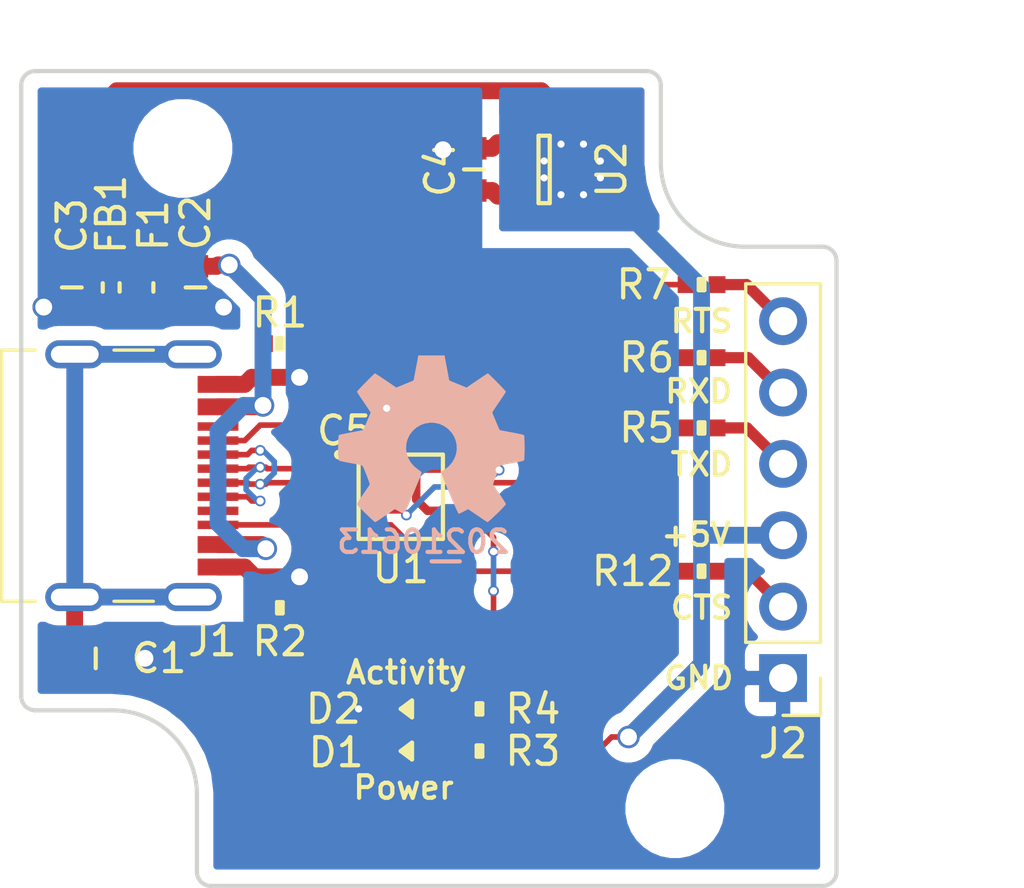
<source format=kicad_pcb>
(kicad_pcb (version 20171130) (host pcbnew 5.1.10-88a1d61d58~88~ubuntu20.10.1)

  (general
    (thickness 1.6)
    (drawings 25)
    (tracks 184)
    (zones 0)
    (modules 25)
    (nets 24)
  )

  (page A4)
  (layers
    (0 F.Cu signal)
    (31 B.Cu signal)
    (32 B.Adhes user)
    (33 F.Adhes user)
    (34 B.Paste user)
    (35 F.Paste user)
    (36 B.SilkS user)
    (37 F.SilkS user)
    (38 B.Mask user)
    (39 F.Mask user)
    (40 Dwgs.User user)
    (41 Cmts.User user)
    (42 Eco1.User user)
    (43 Eco2.User user)
    (44 Edge.Cuts user)
    (45 Margin user)
    (46 B.CrtYd user)
    (47 F.CrtYd user)
    (48 B.Fab user)
    (49 F.Fab user)
  )

  (setup
    (last_trace_width 0.6)
    (user_trace_width 0.1524)
    (user_trace_width 0.2)
    (user_trace_width 0.3)
    (user_trace_width 0.4)
    (user_trace_width 0.6)
    (user_trace_width 1)
    (user_trace_width 1.5)
    (user_trace_width 2)
    (trace_clearance 0.1524)
    (zone_clearance 0.508)
    (zone_45_only no)
    (trace_min 0.1524)
    (via_size 0.381)
    (via_drill 0.254)
    (via_min_size 0.381)
    (via_min_drill 0.254)
    (user_via 0.4 0.254)
    (user_via 0.6 0.4)
    (user_via 0.8 0.6)
    (user_via 1 0.8)
    (user_via 1.3 1)
    (user_via 1.5 1.2)
    (user_via 1.7 1.4)
    (user_via 1.9 1.6)
    (uvia_size 0.381)
    (uvia_drill 0.254)
    (uvias_allowed no)
    (uvia_min_size 0.381)
    (uvia_min_drill 0.254)
    (edge_width 0.15)
    (segment_width 0.2)
    (pcb_text_width 0.3)
    (pcb_text_size 1.5 1.5)
    (mod_edge_width 0.15)
    (mod_text_size 0.8 0.8)
    (mod_text_width 0.15)
    (pad_size 0.8 0.9)
    (pad_drill 0)
    (pad_to_mask_clearance 0.1)
    (solder_mask_min_width 0.15)
    (aux_axis_origin 0 0)
    (visible_elements FFFFFF7F)
    (pcbplotparams
      (layerselection 0x010fc_ffffffff)
      (usegerberextensions true)
      (usegerberattributes false)
      (usegerberadvancedattributes false)
      (creategerberjobfile false)
      (excludeedgelayer true)
      (linewidth 0.100000)
      (plotframeref false)
      (viasonmask false)
      (mode 1)
      (useauxorigin false)
      (hpglpennumber 1)
      (hpglpenspeed 20)
      (hpglpendiameter 15.000000)
      (psnegative false)
      (psa4output false)
      (plotreference true)
      (plotvalue true)
      (plotinvisibletext false)
      (padsonsilk false)
      (subtractmaskfromsilk false)
      (outputformat 1)
      (mirror false)
      (drillshape 0)
      (scaleselection 1)
      (outputdirectory "OSH_Park_2_layer_plots"))
  )

  (net 0 "")
  (net 1 "Net-(C1-Pad1)")
  (net 2 /GND)
  (net 3 /VBUS)
  (net 4 /CC1)
  (net 5 /CC2)
  (net 6 "Net-(D1-Pad2)")
  (net 7 "Net-(F1-Pad1)")
  (net 8 /DP)
  (net 9 /DN)
  (net 10 "Net-(D2-Pad2)")
  (net 11 "Net-(J1-PadB8)")
  (net 12 "Net-(J1-PadA8)")
  (net 13 /TNOW)
  (net 14 /TXD)
  (net 15 /RXD)
  (net 16 /RTS)
  (net 17 /CTS)
  (net 18 /+5V)
  (net 19 "Net-(J2-Pad4)")
  (net 20 /+3.3V)
  (net 21 "Net-(J2-Pad6)")
  (net 22 "Net-(J2-Pad5)")
  (net 23 "Net-(J2-Pad2)")

  (net_class Default "This is the default net class."
    (clearance 0.1524)
    (trace_width 0.1524)
    (via_dia 0.381)
    (via_drill 0.254)
    (uvia_dia 0.381)
    (uvia_drill 0.254)
    (add_net /+3.3V)
    (add_net /+5V)
    (add_net /CC1)
    (add_net /CC2)
    (add_net /CTS)
    (add_net /DN)
    (add_net /DP)
    (add_net /GND)
    (add_net /RTS)
    (add_net /RXD)
    (add_net /TNOW)
    (add_net /TXD)
    (add_net /VBUS)
    (add_net "Net-(C1-Pad1)")
    (add_net "Net-(D1-Pad2)")
    (add_net "Net-(D2-Pad2)")
    (add_net "Net-(F1-Pad1)")
    (add_net "Net-(J1-PadA8)")
    (add_net "Net-(J1-PadB8)")
    (add_net "Net-(J2-Pad2)")
    (add_net "Net-(J2-Pad4)")
    (add_net "Net-(J2-Pad5)")
    (add_net "Net-(J2-Pad6)")
  )

  (module SquantorIC:SOT23-3 (layer F.Cu) (tedit 60C5C8F5) (tstamp 60C5CE43)
    (at 151.6 90.6 270)
    (path /60C5F7AD)
    (fp_text reference U2 (at 0 -2.4 90) (layer F.SilkS)
      (effects (font (size 1 1) (thickness 0.15)))
    )
    (fp_text value HX6206P332MR (at 0 -2.4 90) (layer F.Fab)
      (effects (font (size 1 1) (thickness 0.15)))
    )
    (fp_line (start -1.2 -0.2) (end 1.2 -0.2) (layer F.SilkS) (width 0.15))
    (fp_line (start 1.2 -0.2) (end 1.2 0.2) (layer F.SilkS) (width 0.15))
    (fp_line (start 1.2 0.2) (end -1.2 0.2) (layer F.SilkS) (width 0.15))
    (fp_line (start -1.2 0.2) (end -1.2 -0.2) (layer F.SilkS) (width 0.15))
    (fp_line (start -1.7 1.8) (end 1.7 1.8) (layer F.CrtYd) (width 0.05))
    (fp_line (start -1.7 1.8) (end -1.7 -1.1) (layer F.CrtYd) (width 0.05))
    (fp_line (start -1.7 -1.1) (end -0.7 -1.1) (layer F.CrtYd) (width 0.05))
    (fp_line (start -0.7 -1.1) (end -0.7 -1.8) (layer F.CrtYd) (width 0.05))
    (fp_line (start -0.7 -1.8) (end 0.7 -1.8) (layer F.CrtYd) (width 0.05))
    (fp_line (start 0.7 -1.8) (end 0.7 -1.1) (layer F.CrtYd) (width 0.05))
    (fp_line (start 0.7 -1.1) (end 1.7 -1.1) (layer F.CrtYd) (width 0.05))
    (fp_line (start 1.7 -1.1) (end 1.7 1.8) (layer F.CrtYd) (width 0.05))
    (pad 3 smd rect (at 0 -1 270) (size 0.8 0.9) (layers F.Cu F.Paste F.Mask)
      (net 18 /+5V) (zone_connect 2))
    (pad 2 smd rect (at 0.95 1 270) (size 0.8 0.9) (layers F.Cu F.Paste F.Mask)
      (net 20 /+3.3V))
    (pad 1 smd rect (at -0.95 1 270) (size 0.8 0.9) (layers F.Cu F.Paste F.Mask)
      (net 2 /GND))
    (model ${KISYS3DMOD}/Package_TO_SOT_SMD.3dshapes/SOT-23.step
      (at (xyz 0 0 0))
      (scale (xyz 1 1 1))
      (rotate (xyz 0 0 -90))
    )
  )

  (module SquantorIC:MSOP-10 (layer F.Cu) (tedit 5EDFEB17) (tstamp 60C535F8)
    (at 146.5 102.25)
    (path /60C55A81)
    (fp_text reference U1 (at 0 2.55) (layer F.SilkS)
      (effects (font (size 1 1) (thickness 0.15)))
    )
    (fp_text value CH340E (at 0 2.6) (layer F.Fab)
      (effects (font (size 1 1) (thickness 0.15)))
    )
    (fp_line (start 2.5 0.05) (end 1.5 0.05) (layer F.Fab) (width 0.1))
    (fp_line (start 2.5 -0.05) (end 2.5 0.05) (layer F.Fab) (width 0.1))
    (fp_line (start 1.5 -0.05) (end 2.5 -0.05) (layer F.Fab) (width 0.1))
    (fp_line (start -1.5 1.5) (end -1.5 -1.5) (layer F.SilkS) (width 0.15))
    (fp_line (start 1.5 1.5) (end -1.5 1.5) (layer F.SilkS) (width 0.15))
    (fp_line (start 1.5 -1.5) (end 1.5 1.5) (layer F.SilkS) (width 0.15))
    (fp_line (start -1.5 -1.5) (end 1.5 -1.5) (layer F.SilkS) (width 0.15))
    (fp_line (start 2.5 -0.55) (end 2.5 -0.45) (layer F.Fab) (width 0.1))
    (fp_line (start 2.5 -0.45) (end 1.5 -0.45) (layer F.Fab) (width 0.1))
    (fp_line (start 1.5 -0.55) (end 2.5 -0.55) (layer F.Fab) (width 0.1))
    (fp_line (start 2.5 -0.95) (end 1.5 -0.95) (layer F.Fab) (width 0.1))
    (fp_line (start 2.5 -1.05) (end 2.5 -0.95) (layer F.Fab) (width 0.1))
    (fp_line (start 1.5 -1.05) (end 2.5 -1.05) (layer F.Fab) (width 0.1))
    (fp_line (start 2.5 0.55) (end 1.5 0.55) (layer F.Fab) (width 0.1))
    (fp_line (start 1.5 0.45) (end 2.5 0.45) (layer F.Fab) (width 0.1))
    (fp_line (start 2.5 0.45) (end 2.5 0.55) (layer F.Fab) (width 0.1))
    (fp_line (start 1.5 0.95) (end 2.5 0.95) (layer F.Fab) (width 0.1))
    (fp_line (start 2.5 0.95) (end 2.5 1.05) (layer F.Fab) (width 0.1))
    (fp_line (start 2.5 1.05) (end 1.5 1.05) (layer F.Fab) (width 0.1))
    (fp_line (start -2.5 -0.05) (end -1.5 -0.05) (layer F.Fab) (width 0.1))
    (fp_line (start -1.5 0.05) (end -2.5 0.05) (layer F.Fab) (width 0.1))
    (fp_line (start -2.5 0.05) (end -2.5 -0.05) (layer F.Fab) (width 0.1))
    (fp_line (start -2.5 -0.55) (end -1.5 -0.55) (layer F.Fab) (width 0.1))
    (fp_line (start -1.5 -0.45) (end -2.5 -0.45) (layer F.Fab) (width 0.1))
    (fp_line (start -2.5 -0.45) (end -2.5 -0.55) (layer F.Fab) (width 0.1))
    (fp_line (start -2.5 -0.95) (end -2.5 -1.05) (layer F.Fab) (width 0.1))
    (fp_line (start -1.5 -0.95) (end -2.5 -0.95) (layer F.Fab) (width 0.1))
    (fp_line (start -2.5 -1.05) (end -1.5 -1.05) (layer F.Fab) (width 0.1))
    (fp_line (start -2.5 0.45) (end -1.5 0.45) (layer F.Fab) (width 0.1))
    (fp_line (start -2.5 0.55) (end -2.5 0.45) (layer F.Fab) (width 0.1))
    (fp_line (start -1.5 0.55) (end -2.5 0.55) (layer F.Fab) (width 0.1))
    (fp_line (start -2.5 1.05) (end -2.5 0.95) (layer F.Fab) (width 0.1))
    (fp_line (start -2.5 0.95) (end -1.5 0.95) (layer F.Fab) (width 0.1))
    (fp_line (start -1.5 1.05) (end -2.5 1.05) (layer F.Fab) (width 0.1))
    (fp_circle (center -2.2 -1.5) (end -2.1 -1.5) (layer F.SilkS) (width 0.15))
    (fp_line (start -3 -1.8) (end 3 -1.8) (layer F.CrtYd) (width 0.05))
    (fp_line (start 3 -1.8) (end 3 1.8) (layer F.CrtYd) (width 0.05))
    (fp_line (start 3 1.8) (end -3 1.8) (layer F.CrtYd) (width 0.05))
    (fp_line (start -3 1.8) (end -3 -1.8) (layer F.CrtYd) (width 0.05))
    (pad 10 smd rect (at 2.3 -1) (size 0.8 0.3) (layers F.Cu F.Paste F.Mask)
      (net 20 /+3.3V))
    (pad 9 smd rect (at 2.3 -0.5) (size 0.8 0.3) (layers F.Cu F.Paste F.Mask)
      (net 15 /RXD))
    (pad 8 smd rect (at 2.3 0) (size 0.8 0.3) (layers F.Cu F.Paste F.Mask)
      (net 14 /TXD))
    (pad 7 smd rect (at 2.3 0.5) (size 0.8 0.3) (layers F.Cu F.Paste F.Mask)
      (net 20 /+3.3V))
    (pad 6 smd rect (at 2.3 1) (size 0.8 0.3) (layers F.Cu F.Paste F.Mask)
      (net 13 /TNOW))
    (pad 5 smd rect (at -2.3 1) (size 0.8 0.3) (layers F.Cu F.Paste F.Mask)
      (net 17 /CTS))
    (pad 4 smd rect (at -2.3 0.5) (size 0.8 0.3) (layers F.Cu F.Paste F.Mask)
      (net 16 /RTS))
    (pad 3 smd rect (at -2.3 0) (size 0.8 0.3) (layers F.Cu F.Paste F.Mask)
      (net 2 /GND))
    (pad 2 smd rect (at -2.3 -0.5) (size 0.8 0.3) (layers F.Cu F.Paste F.Mask)
      (net 9 /DN))
    (pad 1 smd rect (at -2.3 -1) (size 0.8 0.3) (layers F.Cu F.Paste F.Mask)
      (net 8 /DP))
    (model ${KISYS3DMOD}/Package_SO.3dshapes/MSOP-10_3x3mm_P0.5mm.step
      (at (xyz 0 0 0))
      (scale (xyz 1 1 1))
      (rotate (xyz 0 0 0))
    )
  )

  (module Connector_PinHeader_2.54mm:PinHeader_1x06_P2.54mm_Vertical (layer F.Cu) (tedit 59FED5CC) (tstamp 60C2D23D)
    (at 160.1 108.7 180)
    (descr "Through hole straight pin header, 1x06, 2.54mm pitch, single row")
    (tags "Through hole pin header THT 1x06 2.54mm single row")
    (path /60CF170D)
    (fp_text reference J2 (at 0 -2.33) (layer F.SilkS)
      (effects (font (size 1 1) (thickness 0.15)))
    )
    (fp_text value Conn_02x06_Odd_Even (at 0 15.03) (layer F.Fab)
      (effects (font (size 1 1) (thickness 0.15)))
    )
    (fp_line (start 1.8 -1.8) (end -1.8 -1.8) (layer F.CrtYd) (width 0.05))
    (fp_line (start 1.8 14.5) (end 1.8 -1.8) (layer F.CrtYd) (width 0.05))
    (fp_line (start -1.8 14.5) (end 1.8 14.5) (layer F.CrtYd) (width 0.05))
    (fp_line (start -1.8 -1.8) (end -1.8 14.5) (layer F.CrtYd) (width 0.05))
    (fp_line (start -1.33 -1.33) (end 0 -1.33) (layer F.SilkS) (width 0.12))
    (fp_line (start -1.33 0) (end -1.33 -1.33) (layer F.SilkS) (width 0.12))
    (fp_line (start -1.33 1.27) (end 1.33 1.27) (layer F.SilkS) (width 0.12))
    (fp_line (start 1.33 1.27) (end 1.33 14.03) (layer F.SilkS) (width 0.12))
    (fp_line (start -1.33 1.27) (end -1.33 14.03) (layer F.SilkS) (width 0.12))
    (fp_line (start -1.33 14.03) (end 1.33 14.03) (layer F.SilkS) (width 0.12))
    (fp_line (start -1.27 -0.635) (end -0.635 -1.27) (layer F.Fab) (width 0.1))
    (fp_line (start -1.27 13.97) (end -1.27 -0.635) (layer F.Fab) (width 0.1))
    (fp_line (start 1.27 13.97) (end -1.27 13.97) (layer F.Fab) (width 0.1))
    (fp_line (start 1.27 -1.27) (end 1.27 13.97) (layer F.Fab) (width 0.1))
    (fp_line (start -0.635 -1.27) (end 1.27 -1.27) (layer F.Fab) (width 0.1))
    (fp_text user %R (at 0 6.35 90) (layer F.Fab)
      (effects (font (size 1 1) (thickness 0.15)))
    )
    (pad 6 thru_hole oval (at 0 12.7 180) (size 1.7 1.7) (drill 1) (layers *.Cu *.Mask)
      (net 21 "Net-(J2-Pad6)"))
    (pad 5 thru_hole oval (at 0 10.16 180) (size 1.7 1.7) (drill 1) (layers *.Cu *.Mask)
      (net 22 "Net-(J2-Pad5)"))
    (pad 4 thru_hole oval (at 0 7.62 180) (size 1.7 1.7) (drill 1) (layers *.Cu *.Mask)
      (net 19 "Net-(J2-Pad4)"))
    (pad 3 thru_hole oval (at 0 5.08 180) (size 1.7 1.7) (drill 1) (layers *.Cu *.Mask)
      (net 18 /+5V))
    (pad 2 thru_hole oval (at 0 2.54 180) (size 1.7 1.7) (drill 1) (layers *.Cu *.Mask)
      (net 23 "Net-(J2-Pad2)"))
    (pad 1 thru_hole rect (at 0 0 180) (size 1.7 1.7) (drill 1) (layers *.Cu *.Mask)
      (net 2 /GND))
    (model ${KISYS3DMOD}/Connector_PinHeader_2.54mm.3dshapes/PinHeader_1x06_P2.54mm_Vertical.wrl
      (at (xyz 0 0 0))
      (scale (xyz 1 1 1))
      (rotate (xyz 0 0 0))
    )
  )

  (module SquantorRcl:C_0603 (layer F.Cu) (tedit 5D4422AA) (tstamp 60C2FD86)
    (at 149.1 90.6 270)
    (descr "Capacitor SMD 0603, reflow soldering, AVX (see smccp.pdf)")
    (tags "capacitor 0603")
    (path /60E436BD)
    (attr smd)
    (fp_text reference C4 (at 0 1.2 90) (layer F.SilkS)
      (effects (font (size 1 1) (thickness 0.15)))
    )
    (fp_text value 10u (at 0 1.2 90) (layer F.Fab)
      (effects (font (size 1 1) (thickness 0.15)))
    )
    (fp_line (start 0 -0.35) (end 0 0.35) (layer F.SilkS) (width 0.15))
    (fp_line (start 1.4 -0.7) (end 1.4 0.7) (layer F.CrtYd) (width 0.05))
    (fp_line (start -1.4 -0.7) (end -1.4 0.7) (layer F.CrtYd) (width 0.05))
    (fp_line (start -1.4 0.7) (end 1.4 0.7) (layer F.CrtYd) (width 0.05))
    (fp_line (start -1.4 -0.7) (end 1.4 -0.7) (layer F.CrtYd) (width 0.05))
    (fp_line (start -0.8 -0.4) (end 0.8 -0.4) (layer F.Fab) (width 0.1))
    (fp_line (start 0.8 -0.4) (end 0.8 0.4) (layer F.Fab) (width 0.1))
    (fp_line (start 0.8 0.4) (end -0.8 0.4) (layer F.Fab) (width 0.1))
    (fp_line (start -0.8 0.4) (end -0.8 -0.4) (layer F.Fab) (width 0.1))
    (pad 2 smd rect (at 0.75 0 270) (size 0.8 0.9) (layers F.Cu F.Paste F.Mask)
      (net 20 /+3.3V))
    (pad 1 smd rect (at -0.75 0 270) (size 0.8 0.9) (layers F.Cu F.Paste F.Mask)
      (net 2 /GND))
    (model ${KISYS3DMOD}/Capacitor_SMD.3dshapes/C_0603_1608Metric.step
      (at (xyz 0 0 0))
      (scale (xyz 1 1 1))
      (rotate (xyz 0 0 0))
    )
  )

  (module SquantorUsb:USB-C-HRO-31-M-12 (layer F.Cu) (tedit 60C24EC6) (tstamp 60C1334A)
    (at 140 101.5 270)
    (descr "USB-C HRO-31-M-12 connector")
    (tags USB-C)
    (path /60C183D1)
    (attr smd)
    (fp_text reference J1 (at 5.9 0.2 180) (layer F.SilkS)
      (effects (font (size 1 1) (thickness 0.15)))
    )
    (fp_text value USB-C_PD_USB (at 5.9 0.2 180) (layer F.Fab)
      (effects (font (size 1 1) (thickness 0.15)))
    )
    (fp_line (start -4.47 7.695) (end 4.47 7.695) (layer F.Fab) (width 0.12))
    (fp_line (start 5.2 5.5) (end 5.2 7.7) (layer F.CrtYd) (width 0.05))
    (fp_line (start 5.2 7.7) (end -5.2 7.7) (layer F.CrtYd) (width 0.05))
    (fp_line (start -5.2 7.7) (end -5.2 -1.1) (layer F.CrtYd) (width 0.05))
    (fp_line (start -5.2 -1.1) (end 5.2 -1.1) (layer F.CrtYd) (width 0.05))
    (fp_line (start 5.2 -1.1) (end 5.2 5.5) (layer F.CrtYd) (width 0.05))
    (fp_line (start -4.47 7.695) (end -4.47 0.395) (layer F.Fab) (width 0.12))
    (fp_line (start 4.47 7.695) (end 4.47 0.395) (layer F.Fab) (width 0.12))
    (fp_line (start -4.47 0.395) (end 4.47 0.395) (layer F.Fab) (width 0.12))
    (fp_line (start -4.47 3.7) (end -4.47 2.3) (layer F.SilkS) (width 0.12))
    (fp_line (start -4.47 6.5) (end -4.47 7.695) (layer F.SilkS) (width 0.12))
    (fp_line (start -4.47 7.695) (end 4.47 7.695) (layer F.SilkS) (width 0.12))
    (fp_line (start 4.47 7.695) (end 4.47 6.5) (layer F.SilkS) (width 0.12))
    (fp_line (start 4.47 3.7) (end 4.47 2.3) (layer F.SilkS) (width 0.12))
    (pad "" np_thru_hole circle (at -2.89 1.445 270) (size 0.65 0.65) (drill 0.65) (layers *.Cu *.Mask))
    (pad "" np_thru_hole circle (at 2.89 1.445 270) (size 0.65 0.65) (drill 0.65) (layers *.Cu *.Mask))
    (pad S thru_hole oval (at 4.32 5.095 270) (size 1 2.1) (drill oval 0.6 1.7) (layers *.Cu *.Mask)
      (net 1 "Net-(C1-Pad1)"))
    (pad S thru_hole oval (at -4.32 5.095 270) (size 1 2.1) (drill oval 0.6 1.7) (layers *.Cu *.Mask)
      (net 1 "Net-(C1-Pad1)"))
    (pad S thru_hole oval (at 4.32 0.915 270) (size 1 2.1) (drill oval 0.6 1.7) (layers *.Cu *.Mask)
      (net 1 "Net-(C1-Pad1)"))
    (pad S thru_hole oval (at -4.32 0.915 270) (size 1 2.1) (drill oval 0.6 1.7) (layers *.Cu *.Mask)
      (net 1 "Net-(C1-Pad1)"))
    (pad B1A12 smd rect (at 3.25 0 270) (size 0.6 1.45) (layers F.Cu F.Paste F.Mask)
      (net 2 /GND))
    (pad A1B12 smd rect (at -3.25 0 270) (size 0.6 1.45) (layers F.Cu F.Paste F.Mask)
      (net 2 /GND))
    (pad B4A9 smd rect (at 2.45 0 270) (size 0.6 1.45) (layers F.Cu F.Paste F.Mask)
      (net 3 /VBUS))
    (pad A4B9 smd rect (at -2.45 0 270) (size 0.6 1.45) (layers F.Cu F.Paste F.Mask)
      (net 3 /VBUS))
    (pad B5 smd rect (at 1.75 0 270) (size 0.3 1.45) (layers F.Cu F.Paste F.Mask)
      (net 5 /CC2))
    (pad B8 smd rect (at -1.75 0 270) (size 0.3 1.45) (layers F.Cu F.Paste F.Mask)
      (net 11 "Net-(J1-PadB8)"))
    (pad A8 smd rect (at 1.25 0 270) (size 0.3 1.45) (layers F.Cu F.Paste F.Mask)
      (net 12 "Net-(J1-PadA8)"))
    (pad A5 smd rect (at -1.25 0 270) (size 0.3 1.45) (layers F.Cu F.Paste F.Mask)
      (net 4 /CC1))
    (pad B6 smd rect (at 0.75 0 270) (size 0.3 1.45) (layers F.Cu F.Paste F.Mask)
      (net 8 /DP))
    (pad B7 smd rect (at -0.75 0 270) (size 0.3 1.45) (layers F.Cu F.Paste F.Mask)
      (net 9 /DN))
    (pad A7 smd rect (at 0.25 0 270) (size 0.3 1.45) (layers F.Cu F.Paste F.Mask)
      (net 9 /DN))
    (pad A6 smd rect (at -0.25 0 270) (size 0.3 1.45) (layers F.Cu F.Paste F.Mask)
      (net 8 /DP))
  )

  (module SquantorRcl:R_0402_hand (layer F.Cu) (tedit 5D440136) (tstamp 60C2B1E2)
    (at 157.2 104.9 180)
    (descr "Resistor SMD 0402, reflow soldering, Vishay (see dcrcw.pdf)")
    (tags "resistor 0402")
    (path /60C84866)
    (attr smd)
    (fp_text reference R12 (at 2.45 0) (layer F.SilkS)
      (effects (font (size 1 1) (thickness 0.15)))
    )
    (fp_text value 100 (at 2.45 0) (layer F.Fab)
      (effects (font (size 1 1) (thickness 0.15)))
    )
    (fp_line (start 0 -0.2) (end 0 0.2) (layer F.SilkS) (width 0.15))
    (fp_line (start -0.1 0.2) (end -0.1 -0.2) (layer F.SilkS) (width 0.15))
    (fp_line (start 0.1 0.2) (end -0.1 0.2) (layer F.SilkS) (width 0.15))
    (fp_line (start 0.1 -0.2) (end 0.1 0.2) (layer F.SilkS) (width 0.15))
    (fp_line (start -0.1 -0.2) (end 0.1 -0.2) (layer F.SilkS) (width 0.15))
    (fp_line (start 1.1 -0.55) (end 1.1 0.55) (layer F.CrtYd) (width 0.05))
    (fp_line (start -1.1 -0.55) (end -1.1 0.55) (layer F.CrtYd) (width 0.05))
    (fp_line (start -1.1 0.55) (end 1.1 0.55) (layer F.CrtYd) (width 0.05))
    (fp_line (start -1.1 -0.55) (end 1.1 -0.55) (layer F.CrtYd) (width 0.05))
    (fp_line (start -0.5 -0.25) (end 0.5 -0.25) (layer F.Fab) (width 0.1))
    (fp_line (start 0.5 -0.25) (end 0.5 0.25) (layer F.Fab) (width 0.1))
    (fp_line (start 0.5 0.25) (end -0.5 0.25) (layer F.Fab) (width 0.1))
    (fp_line (start -0.5 0.25) (end -0.5 -0.25) (layer F.Fab) (width 0.1))
    (pad 2 smd rect (at 0.55 0 180) (size 0.6 0.6) (layers F.Cu F.Paste F.Mask)
      (net 17 /CTS))
    (pad 1 smd rect (at -0.55 0 180) (size 0.6 0.6) (layers F.Cu F.Paste F.Mask)
      (net 23 "Net-(J2-Pad2)"))
    (model ${KISYS3DMOD}/Resistor_SMD.3dshapes/R_0402_1005Metric.step
      (at (xyz 0 0 0))
      (scale (xyz 1 1 1))
      (rotate (xyz 0 0 0))
    )
  )

  (module SquantorRcl:R_0402_hand (layer F.Cu) (tedit 5D440136) (tstamp 60C2B183)
    (at 157.2 94.7 180)
    (descr "Resistor SMD 0402, reflow soldering, Vishay (see dcrcw.pdf)")
    (tags "resistor 0402")
    (path /60C85D21)
    (attr smd)
    (fp_text reference R7 (at 2.05 0) (layer F.SilkS)
      (effects (font (size 1 1) (thickness 0.15)))
    )
    (fp_text value 100 (at 2.45 0) (layer F.Fab)
      (effects (font (size 1 1) (thickness 0.15)))
    )
    (fp_line (start 0 -0.2) (end 0 0.2) (layer F.SilkS) (width 0.15))
    (fp_line (start -0.1 0.2) (end -0.1 -0.2) (layer F.SilkS) (width 0.15))
    (fp_line (start 0.1 0.2) (end -0.1 0.2) (layer F.SilkS) (width 0.15))
    (fp_line (start 0.1 -0.2) (end 0.1 0.2) (layer F.SilkS) (width 0.15))
    (fp_line (start -0.1 -0.2) (end 0.1 -0.2) (layer F.SilkS) (width 0.15))
    (fp_line (start 1.1 -0.55) (end 1.1 0.55) (layer F.CrtYd) (width 0.05))
    (fp_line (start -1.1 -0.55) (end -1.1 0.55) (layer F.CrtYd) (width 0.05))
    (fp_line (start -1.1 0.55) (end 1.1 0.55) (layer F.CrtYd) (width 0.05))
    (fp_line (start -1.1 -0.55) (end 1.1 -0.55) (layer F.CrtYd) (width 0.05))
    (fp_line (start -0.5 -0.25) (end 0.5 -0.25) (layer F.Fab) (width 0.1))
    (fp_line (start 0.5 -0.25) (end 0.5 0.25) (layer F.Fab) (width 0.1))
    (fp_line (start 0.5 0.25) (end -0.5 0.25) (layer F.Fab) (width 0.1))
    (fp_line (start -0.5 0.25) (end -0.5 -0.25) (layer F.Fab) (width 0.1))
    (pad 2 smd rect (at 0.55 0 180) (size 0.6 0.6) (layers F.Cu F.Paste F.Mask)
      (net 16 /RTS))
    (pad 1 smd rect (at -0.55 0 180) (size 0.6 0.6) (layers F.Cu F.Paste F.Mask)
      (net 21 "Net-(J2-Pad6)"))
    (model ${KISYS3DMOD}/Resistor_SMD.3dshapes/R_0402_1005Metric.step
      (at (xyz 0 0 0))
      (scale (xyz 1 1 1))
      (rotate (xyz 0 0 0))
    )
  )

  (module SquantorRcl:R_0402_hand (layer F.Cu) (tedit 5D440136) (tstamp 60C2B170)
    (at 157.2 97.3 180)
    (descr "Resistor SMD 0402, reflow soldering, Vishay (see dcrcw.pdf)")
    (tags "resistor 0402")
    (path /60C6B54A)
    (attr smd)
    (fp_text reference R6 (at 1.95 0) (layer F.SilkS)
      (effects (font (size 1 1) (thickness 0.15)))
    )
    (fp_text value 100 (at 2.05 0) (layer F.Fab)
      (effects (font (size 1 1) (thickness 0.15)))
    )
    (fp_line (start 0 -0.2) (end 0 0.2) (layer F.SilkS) (width 0.15))
    (fp_line (start -0.1 0.2) (end -0.1 -0.2) (layer F.SilkS) (width 0.15))
    (fp_line (start 0.1 0.2) (end -0.1 0.2) (layer F.SilkS) (width 0.15))
    (fp_line (start 0.1 -0.2) (end 0.1 0.2) (layer F.SilkS) (width 0.15))
    (fp_line (start -0.1 -0.2) (end 0.1 -0.2) (layer F.SilkS) (width 0.15))
    (fp_line (start 1.1 -0.55) (end 1.1 0.55) (layer F.CrtYd) (width 0.05))
    (fp_line (start -1.1 -0.55) (end -1.1 0.55) (layer F.CrtYd) (width 0.05))
    (fp_line (start -1.1 0.55) (end 1.1 0.55) (layer F.CrtYd) (width 0.05))
    (fp_line (start -1.1 -0.55) (end 1.1 -0.55) (layer F.CrtYd) (width 0.05))
    (fp_line (start -0.5 -0.25) (end 0.5 -0.25) (layer F.Fab) (width 0.1))
    (fp_line (start 0.5 -0.25) (end 0.5 0.25) (layer F.Fab) (width 0.1))
    (fp_line (start 0.5 0.25) (end -0.5 0.25) (layer F.Fab) (width 0.1))
    (fp_line (start -0.5 0.25) (end -0.5 -0.25) (layer F.Fab) (width 0.1))
    (pad 2 smd rect (at 0.55 0 180) (size 0.6 0.6) (layers F.Cu F.Paste F.Mask)
      (net 15 /RXD))
    (pad 1 smd rect (at -0.55 0 180) (size 0.6 0.6) (layers F.Cu F.Paste F.Mask)
      (net 22 "Net-(J2-Pad5)"))
    (model ${KISYS3DMOD}/Resistor_SMD.3dshapes/R_0402_1005Metric.step
      (at (xyz 0 0 0))
      (scale (xyz 1 1 1))
      (rotate (xyz 0 0 0))
    )
  )

  (module SquantorRcl:R_0402_hand (layer F.Cu) (tedit 5D440136) (tstamp 60C2B15D)
    (at 157.2 99.8 180)
    (descr "Resistor SMD 0402, reflow soldering, Vishay (see dcrcw.pdf)")
    (tags "resistor 0402")
    (path /60C84556)
    (attr smd)
    (fp_text reference R5 (at 1.95 0) (layer F.SilkS)
      (effects (font (size 1 1) (thickness 0.15)))
    )
    (fp_text value 100 (at 1.95 0) (layer F.Fab)
      (effects (font (size 1 1) (thickness 0.15)))
    )
    (fp_line (start 0 -0.2) (end 0 0.2) (layer F.SilkS) (width 0.15))
    (fp_line (start -0.1 0.2) (end -0.1 -0.2) (layer F.SilkS) (width 0.15))
    (fp_line (start 0.1 0.2) (end -0.1 0.2) (layer F.SilkS) (width 0.15))
    (fp_line (start 0.1 -0.2) (end 0.1 0.2) (layer F.SilkS) (width 0.15))
    (fp_line (start -0.1 -0.2) (end 0.1 -0.2) (layer F.SilkS) (width 0.15))
    (fp_line (start 1.1 -0.55) (end 1.1 0.55) (layer F.CrtYd) (width 0.05))
    (fp_line (start -1.1 -0.55) (end -1.1 0.55) (layer F.CrtYd) (width 0.05))
    (fp_line (start -1.1 0.55) (end 1.1 0.55) (layer F.CrtYd) (width 0.05))
    (fp_line (start -1.1 -0.55) (end 1.1 -0.55) (layer F.CrtYd) (width 0.05))
    (fp_line (start -0.5 -0.25) (end 0.5 -0.25) (layer F.Fab) (width 0.1))
    (fp_line (start 0.5 -0.25) (end 0.5 0.25) (layer F.Fab) (width 0.1))
    (fp_line (start 0.5 0.25) (end -0.5 0.25) (layer F.Fab) (width 0.1))
    (fp_line (start -0.5 0.25) (end -0.5 -0.25) (layer F.Fab) (width 0.1))
    (pad 2 smd rect (at 0.55 0 180) (size 0.6 0.6) (layers F.Cu F.Paste F.Mask)
      (net 14 /TXD))
    (pad 1 smd rect (at -0.55 0 180) (size 0.6 0.6) (layers F.Cu F.Paste F.Mask)
      (net 19 "Net-(J2-Pad4)"))
    (model ${KISYS3DMOD}/Resistor_SMD.3dshapes/R_0402_1005Metric.step
      (at (xyz 0 0 0))
      (scale (xyz 1 1 1))
      (rotate (xyz 0 0 0))
    )
  )

  (module SquantorRcl:R_0402_hand (layer F.Cu) (tedit 5D440136) (tstamp 60C2B14A)
    (at 149.3 109.8 180)
    (descr "Resistor SMD 0402, reflow soldering, Vishay (see dcrcw.pdf)")
    (tags "resistor 0402")
    (path /60C8B57E)
    (attr smd)
    (fp_text reference R4 (at -1.9 0) (layer F.SilkS)
      (effects (font (size 1 1) (thickness 0.15)))
    )
    (fp_text value 1K (at -1.9 0) (layer F.Fab)
      (effects (font (size 1 1) (thickness 0.15)))
    )
    (fp_line (start 0 -0.2) (end 0 0.2) (layer F.SilkS) (width 0.15))
    (fp_line (start -0.1 0.2) (end -0.1 -0.2) (layer F.SilkS) (width 0.15))
    (fp_line (start 0.1 0.2) (end -0.1 0.2) (layer F.SilkS) (width 0.15))
    (fp_line (start 0.1 -0.2) (end 0.1 0.2) (layer F.SilkS) (width 0.15))
    (fp_line (start -0.1 -0.2) (end 0.1 -0.2) (layer F.SilkS) (width 0.15))
    (fp_line (start 1.1 -0.55) (end 1.1 0.55) (layer F.CrtYd) (width 0.05))
    (fp_line (start -1.1 -0.55) (end -1.1 0.55) (layer F.CrtYd) (width 0.05))
    (fp_line (start -1.1 0.55) (end 1.1 0.55) (layer F.CrtYd) (width 0.05))
    (fp_line (start -1.1 -0.55) (end 1.1 -0.55) (layer F.CrtYd) (width 0.05))
    (fp_line (start -0.5 -0.25) (end 0.5 -0.25) (layer F.Fab) (width 0.1))
    (fp_line (start 0.5 -0.25) (end 0.5 0.25) (layer F.Fab) (width 0.1))
    (fp_line (start 0.5 0.25) (end -0.5 0.25) (layer F.Fab) (width 0.1))
    (fp_line (start -0.5 0.25) (end -0.5 -0.25) (layer F.Fab) (width 0.1))
    (pad 2 smd rect (at 0.55 0 180) (size 0.6 0.6) (layers F.Cu F.Paste F.Mask)
      (net 10 "Net-(D2-Pad2)"))
    (pad 1 smd rect (at -0.55 0 180) (size 0.6 0.6) (layers F.Cu F.Paste F.Mask)
      (net 13 /TNOW))
    (model ${KISYS3DMOD}/Resistor_SMD.3dshapes/R_0402_1005Metric.step
      (at (xyz 0 0 0))
      (scale (xyz 1 1 1))
      (rotate (xyz 0 0 0))
    )
  )

  (module SquantorRcl:R_0402_hand (layer F.Cu) (tedit 5D440136) (tstamp 60C00E44)
    (at 149.3 111.3 180)
    (descr "Resistor SMD 0402, reflow soldering, Vishay (see dcrcw.pdf)")
    (tags "resistor 0402")
    (path /60BFDB94)
    (attr smd)
    (fp_text reference R3 (at -1.9 0) (layer F.SilkS)
      (effects (font (size 1 1) (thickness 0.15)))
    )
    (fp_text value 470 (at -2.4 0) (layer F.Fab)
      (effects (font (size 1 1) (thickness 0.15)))
    )
    (fp_line (start 0 -0.2) (end 0 0.2) (layer F.SilkS) (width 0.15))
    (fp_line (start -0.1 0.2) (end -0.1 -0.2) (layer F.SilkS) (width 0.15))
    (fp_line (start 0.1 0.2) (end -0.1 0.2) (layer F.SilkS) (width 0.15))
    (fp_line (start 0.1 -0.2) (end 0.1 0.2) (layer F.SilkS) (width 0.15))
    (fp_line (start -0.1 -0.2) (end 0.1 -0.2) (layer F.SilkS) (width 0.15))
    (fp_line (start 1.1 -0.55) (end 1.1 0.55) (layer F.CrtYd) (width 0.05))
    (fp_line (start -1.1 -0.55) (end -1.1 0.55) (layer F.CrtYd) (width 0.05))
    (fp_line (start -1.1 0.55) (end 1.1 0.55) (layer F.CrtYd) (width 0.05))
    (fp_line (start -1.1 -0.55) (end 1.1 -0.55) (layer F.CrtYd) (width 0.05))
    (fp_line (start -0.5 -0.25) (end 0.5 -0.25) (layer F.Fab) (width 0.1))
    (fp_line (start 0.5 -0.25) (end 0.5 0.25) (layer F.Fab) (width 0.1))
    (fp_line (start 0.5 0.25) (end -0.5 0.25) (layer F.Fab) (width 0.1))
    (fp_line (start -0.5 0.25) (end -0.5 -0.25) (layer F.Fab) (width 0.1))
    (pad 2 smd rect (at 0.55 0 180) (size 0.6 0.6) (layers F.Cu F.Paste F.Mask)
      (net 6 "Net-(D1-Pad2)"))
    (pad 1 smd rect (at -0.55 0 180) (size 0.6 0.6) (layers F.Cu F.Paste F.Mask)
      (net 18 /+5V))
    (model ${KISYS3DMOD}/Resistor_SMD.3dshapes/R_0402_1005Metric.step
      (at (xyz 0 0 0))
      (scale (xyz 1 1 1))
      (rotate (xyz 0 0 0))
    )
  )

  (module SquantorDiodes:LED_0603_hand (layer F.Cu) (tedit 5D43FE44) (tstamp 60C2B03D)
    (at 146.7 109.8)
    (descr "LED SMD 0603, reflow soldering, general purpose")
    (tags "LED 0603")
    (path /60C8B93E)
    (attr smd)
    (fp_text reference D2 (at -2.6 0) (layer F.SilkS)
      (effects (font (size 1 1) (thickness 0.15)))
    )
    (fp_text value LED (at -2.8 0.05) (layer F.Fab)
      (effects (font (size 1 1) (thickness 0.15)))
    )
    (fp_line (start 0.1 -0.2) (end 0.1 0.2) (layer F.SilkS) (width 0.15))
    (fp_line (start -0.2 0) (end 0.2 0) (layer F.SilkS) (width 0.15))
    (fp_line (start 0.2 0.3) (end 0.2 -0.3) (layer F.SilkS) (width 0.15))
    (fp_line (start -0.2 0) (end 0.2 0.3) (layer F.SilkS) (width 0.15))
    (fp_line (start 0.2 -0.3) (end -0.2 0) (layer F.SilkS) (width 0.15))
    (fp_line (start 1.5 -0.7) (end 1.5 0.7) (layer F.CrtYd) (width 0.05))
    (fp_line (start -1.5 -0.7) (end -1.5 0.7) (layer F.CrtYd) (width 0.05))
    (fp_line (start -1.5 0.7) (end 1.5 0.7) (layer F.CrtYd) (width 0.05))
    (fp_line (start -1.5 -0.7) (end 1.5 -0.7) (layer F.CrtYd) (width 0.05))
    (fp_line (start -0.8 -0.4) (end 0.8 -0.4) (layer F.Fab) (width 0.1))
    (fp_line (start 0.8 -0.4) (end 0.8 0.4) (layer F.Fab) (width 0.1))
    (fp_line (start 0.8 0.4) (end -0.8 0.4) (layer F.Fab) (width 0.1))
    (fp_line (start -0.8 0.4) (end -0.8 -0.4) (layer F.Fab) (width 0.1))
    (pad 2 smd rect (at 0.85 0) (size 0.7 0.9) (layers F.Cu F.Paste F.Mask)
      (net 10 "Net-(D2-Pad2)"))
    (pad 1 smd rect (at -0.85 0) (size 0.7 0.9) (layers F.Cu F.Paste F.Mask)
      (net 2 /GND))
    (model ${KISYS3DMOD}/LED_SMD.3dshapes/LED_0603_1608Metric.step
      (at (xyz 0 0 0))
      (scale (xyz 1 1 1))
      (rotate (xyz 0 0 0))
    )
  )

  (module SquantorRcl:C_0402 (layer F.Cu) (tedit 5D442507) (tstamp 60C2B006)
    (at 146.5 99.9 180)
    (descr "Capacitor SMD 0402, reflow soldering, AVX (see smccp.pdf)")
    (tags "capacitor 0402")
    (path /60C55460)
    (attr smd)
    (fp_text reference C5 (at 2 0) (layer F.SilkS)
      (effects (font (size 1 1) (thickness 0.15)))
    )
    (fp_text value 1u (at 1.9 0) (layer F.Fab)
      (effects (font (size 1 1) (thickness 0.15)))
    )
    (fp_line (start 0 -0.2) (end 0 0.2) (layer F.SilkS) (width 0.15))
    (fp_line (start 1.1 -0.55) (end 1.1 0.55) (layer F.CrtYd) (width 0.05))
    (fp_line (start -1.1 -0.55) (end -1.1 0.55) (layer F.CrtYd) (width 0.05))
    (fp_line (start -1.1 0.55) (end 1.1 0.55) (layer F.CrtYd) (width 0.05))
    (fp_line (start -1.1 -0.55) (end 1.1 -0.55) (layer F.CrtYd) (width 0.05))
    (fp_line (start -0.5 -0.25) (end 0.5 -0.25) (layer F.Fab) (width 0.1))
    (fp_line (start 0.5 -0.25) (end 0.5 0.25) (layer F.Fab) (width 0.1))
    (fp_line (start 0.5 0.25) (end -0.5 0.25) (layer F.Fab) (width 0.1))
    (fp_line (start -0.5 0.25) (end -0.5 -0.25) (layer F.Fab) (width 0.1))
    (pad 2 smd rect (at 0.55 0 180) (size 0.6 0.6) (layers F.Cu F.Paste F.Mask)
      (net 2 /GND))
    (pad 1 smd rect (at -0.55 0 180) (size 0.6 0.6) (layers F.Cu F.Paste F.Mask)
      (net 20 /+3.3V))
    (model ${KISYS3DMOD}/Capacitor_SMD.3dshapes/C_0402_1005Metric.step
      (at (xyz 0 0 0))
      (scale (xyz 1 1 1))
      (rotate (xyz 0 0 0))
    )
  )

  (module SquantorRcl:C_0603 (layer F.Cu) (tedit 5D4422AA) (tstamp 60C00D36)
    (at 135.65 108)
    (descr "Capacitor SMD 0603, reflow soldering, AVX (see smccp.pdf)")
    (tags "capacitor 0603")
    (path /60BE31C3)
    (attr smd)
    (fp_text reference C1 (at 2.25 0) (layer F.SilkS)
      (effects (font (size 1 1) (thickness 0.15)))
    )
    (fp_text value 10n (at 2.65 0) (layer F.Fab)
      (effects (font (size 1 1) (thickness 0.15)))
    )
    (fp_line (start 0 -0.35) (end 0 0.35) (layer F.SilkS) (width 0.15))
    (fp_line (start 1.4 -0.7) (end 1.4 0.7) (layer F.CrtYd) (width 0.05))
    (fp_line (start -1.4 -0.7) (end -1.4 0.7) (layer F.CrtYd) (width 0.05))
    (fp_line (start -1.4 0.7) (end 1.4 0.7) (layer F.CrtYd) (width 0.05))
    (fp_line (start -1.4 -0.7) (end 1.4 -0.7) (layer F.CrtYd) (width 0.05))
    (fp_line (start -0.8 -0.4) (end 0.8 -0.4) (layer F.Fab) (width 0.1))
    (fp_line (start 0.8 -0.4) (end 0.8 0.4) (layer F.Fab) (width 0.1))
    (fp_line (start 0.8 0.4) (end -0.8 0.4) (layer F.Fab) (width 0.1))
    (fp_line (start -0.8 0.4) (end -0.8 -0.4) (layer F.Fab) (width 0.1))
    (pad 2 smd rect (at 0.75 0) (size 0.8 0.9) (layers F.Cu F.Paste F.Mask)
      (net 2 /GND))
    (pad 1 smd rect (at -0.75 0) (size 0.8 0.9) (layers F.Cu F.Paste F.Mask)
      (net 1 "Net-(C1-Pad1)"))
    (model ${KISYS3DMOD}/Capacitor_SMD.3dshapes/C_0603_1608Metric.step
      (at (xyz 0 0 0))
      (scale (xyz 1 1 1))
      (rotate (xyz 0 0 0))
    )
  )

  (module SquantorLabels:Label_Generic (layer B.Cu) (tedit 5D8A7D4C) (tstamp 5B96DD88)
    (at 148.1 103.95 180)
    (descr "Label for general purpose use")
    (tags Label)
    (path /5A1357A5)
    (attr smd)
    (fp_text reference N2 (at 0 -1.85) (layer B.Fab) hide
      (effects (font (size 1 1) (thickness 0.15)) (justify mirror))
    )
    (fp_text value 20210613 (at 0.8 0.1) (layer B.SilkS)
      (effects (font (size 0.8 0.8) (thickness 0.15)) (justify mirror))
    )
    (fp_line (start -0.5 -0.6) (end 0.5 -0.6) (layer B.SilkS) (width 0.15))
  )

  (module SquantorRcl:R_0402_hand (layer F.Cu) (tedit 5D440136) (tstamp 60C00E31)
    (at 142.2 106.2)
    (descr "Resistor SMD 0402, reflow soldering, Vishay (see dcrcw.pdf)")
    (tags "resistor 0402")
    (path /60BFD12A)
    (attr smd)
    (fp_text reference R2 (at 0 1.2) (layer F.SilkS)
      (effects (font (size 1 1) (thickness 0.15)))
    )
    (fp_text value 5.1K (at 0 1.2) (layer F.Fab)
      (effects (font (size 1 1) (thickness 0.15)))
    )
    (fp_line (start 0 -0.2) (end 0 0.2) (layer F.SilkS) (width 0.15))
    (fp_line (start -0.1 0.2) (end -0.1 -0.2) (layer F.SilkS) (width 0.15))
    (fp_line (start 0.1 0.2) (end -0.1 0.2) (layer F.SilkS) (width 0.15))
    (fp_line (start 0.1 -0.2) (end 0.1 0.2) (layer F.SilkS) (width 0.15))
    (fp_line (start -0.1 -0.2) (end 0.1 -0.2) (layer F.SilkS) (width 0.15))
    (fp_line (start 1.1 -0.55) (end 1.1 0.55) (layer F.CrtYd) (width 0.05))
    (fp_line (start -1.1 -0.55) (end -1.1 0.55) (layer F.CrtYd) (width 0.05))
    (fp_line (start -1.1 0.55) (end 1.1 0.55) (layer F.CrtYd) (width 0.05))
    (fp_line (start -1.1 -0.55) (end 1.1 -0.55) (layer F.CrtYd) (width 0.05))
    (fp_line (start -0.5 -0.25) (end 0.5 -0.25) (layer F.Fab) (width 0.1))
    (fp_line (start 0.5 -0.25) (end 0.5 0.25) (layer F.Fab) (width 0.1))
    (fp_line (start 0.5 0.25) (end -0.5 0.25) (layer F.Fab) (width 0.1))
    (fp_line (start -0.5 0.25) (end -0.5 -0.25) (layer F.Fab) (width 0.1))
    (pad 2 smd rect (at 0.55 0) (size 0.6 0.6) (layers F.Cu F.Paste F.Mask)
      (net 5 /CC2))
    (pad 1 smd rect (at -0.55 0) (size 0.6 0.6) (layers F.Cu F.Paste F.Mask)
      (net 2 /GND))
    (model ${KISYS3DMOD}/Resistor_SMD.3dshapes/R_0402_1005Metric.step
      (at (xyz 0 0 0))
      (scale (xyz 1 1 1))
      (rotate (xyz 0 0 0))
    )
  )

  (module SquantorRcl:R_0402_hand (layer F.Cu) (tedit 5D440136) (tstamp 60C00E1E)
    (at 142.2 96.8)
    (descr "Resistor SMD 0402, reflow soldering, Vishay (see dcrcw.pdf)")
    (tags "resistor 0402")
    (path /60BE9556)
    (attr smd)
    (fp_text reference R1 (at 0 -1.1) (layer F.SilkS)
      (effects (font (size 1 1) (thickness 0.15)))
    )
    (fp_text value 5.1K (at 0 -1.1) (layer F.Fab)
      (effects (font (size 1 1) (thickness 0.15)))
    )
    (fp_line (start 0 -0.2) (end 0 0.2) (layer F.SilkS) (width 0.15))
    (fp_line (start -0.1 0.2) (end -0.1 -0.2) (layer F.SilkS) (width 0.15))
    (fp_line (start 0.1 0.2) (end -0.1 0.2) (layer F.SilkS) (width 0.15))
    (fp_line (start 0.1 -0.2) (end 0.1 0.2) (layer F.SilkS) (width 0.15))
    (fp_line (start -0.1 -0.2) (end 0.1 -0.2) (layer F.SilkS) (width 0.15))
    (fp_line (start 1.1 -0.55) (end 1.1 0.55) (layer F.CrtYd) (width 0.05))
    (fp_line (start -1.1 -0.55) (end -1.1 0.55) (layer F.CrtYd) (width 0.05))
    (fp_line (start -1.1 0.55) (end 1.1 0.55) (layer F.CrtYd) (width 0.05))
    (fp_line (start -1.1 -0.55) (end 1.1 -0.55) (layer F.CrtYd) (width 0.05))
    (fp_line (start -0.5 -0.25) (end 0.5 -0.25) (layer F.Fab) (width 0.1))
    (fp_line (start 0.5 -0.25) (end 0.5 0.25) (layer F.Fab) (width 0.1))
    (fp_line (start 0.5 0.25) (end -0.5 0.25) (layer F.Fab) (width 0.1))
    (fp_line (start -0.5 0.25) (end -0.5 -0.25) (layer F.Fab) (width 0.1))
    (pad 2 smd rect (at 0.55 0) (size 0.6 0.6) (layers F.Cu F.Paste F.Mask)
      (net 4 /CC1))
    (pad 1 smd rect (at -0.55 0) (size 0.6 0.6) (layers F.Cu F.Paste F.Mask)
      (net 2 /GND))
    (model ${KISYS3DMOD}/Resistor_SMD.3dshapes/R_0402_1005Metric.step
      (at (xyz 0 0 0))
      (scale (xyz 1 1 1))
      (rotate (xyz 0 0 0))
    )
  )

  (module SquantorRcl:L_0603 (layer F.Cu) (tedit 5D56B376) (tstamp 60C00DA4)
    (at 136.2 94.8 270)
    (descr "Inductor SMD 0603")
    (tags "Inductor 0402")
    (path /60BEC507)
    (attr smd)
    (fp_text reference FB1 (at -2.6 0 90) (layer F.SilkS)
      (effects (font (size 1 1) (thickness 0.15)))
    )
    (fp_text value 600 (at -2.7 0 90) (layer F.Fab)
      (effects (font (size 1 1) (thickness 0.15)))
    )
    (fp_line (start -0.15 0.3) (end 0.15 0.3) (layer F.SilkS) (width 0.15))
    (fp_line (start -0.15 -0.3) (end 0.15 -0.3) (layer F.SilkS) (width 0.15))
    (fp_line (start 1.4 -0.7) (end 1.4 0.7) (layer F.CrtYd) (width 0.05))
    (fp_line (start -1.4 -0.7) (end -1.4 0.7) (layer F.CrtYd) (width 0.05))
    (fp_line (start -1.4 0.7) (end 1.4 0.7) (layer F.CrtYd) (width 0.05))
    (fp_line (start -1.4 -0.7) (end 1.4 -0.7) (layer F.CrtYd) (width 0.05))
    (fp_line (start -0.8 -0.4) (end 0.8 -0.4) (layer F.Fab) (width 0.1))
    (fp_line (start 0.8 -0.4) (end 0.8 0.4) (layer F.Fab) (width 0.1))
    (fp_line (start 0.8 0.4) (end -0.8 0.4) (layer F.Fab) (width 0.1))
    (fp_line (start -0.8 0.4) (end -0.8 -0.4) (layer F.Fab) (width 0.1))
    (pad 2 smd rect (at 0.75 0 270) (size 0.8 0.9) (layers F.Cu F.Paste F.Mask)
      (net 7 "Net-(F1-Pad1)"))
    (pad 1 smd rect (at -0.75 0 270) (size 0.8 0.9) (layers F.Cu F.Paste F.Mask)
      (net 18 /+5V))
    (model ${KISYS3DMOD}/Inductor_SMD.3dshapes/L_0603_1608Metric.step
      (at (xyz 0 0 0))
      (scale (xyz 1 1 1))
      (rotate (xyz 0 0 0))
    )
  )

  (module SquantorRcl:F_0603_hand (layer F.Cu) (tedit 5D55497D) (tstamp 60C00D94)
    (at 137.7 94.8 90)
    (descr "Fuse SMD 0603, reflow soldering")
    (tags "fuse 0603")
    (path /60BE9415)
    (attr smd)
    (fp_text reference F1 (at 2.2 0 90) (layer F.SilkS)
      (effects (font (size 1 1) (thickness 0.15)))
    )
    (fp_text value 500mA (at 3.8 0 90) (layer F.Fab)
      (effects (font (size 1 1) (thickness 0.15)))
    )
    (fp_line (start -0.15 0) (end 0.15 0) (layer F.SilkS) (width 0.15))
    (fp_line (start 1.4 -0.75) (end 1.4 0.75) (layer F.CrtYd) (width 0.05))
    (fp_line (start -1.4 -0.75) (end -1.4 0.75) (layer F.CrtYd) (width 0.05))
    (fp_line (start -1.4 0.75) (end 1.4 0.75) (layer F.CrtYd) (width 0.05))
    (fp_line (start -1.4 -0.75) (end 1.4 -0.75) (layer F.CrtYd) (width 0.05))
    (fp_line (start -0.8 -0.4) (end 0.8 -0.4) (layer F.Fab) (width 0.1))
    (fp_line (start 0.8 -0.4) (end 0.8 0.4) (layer F.Fab) (width 0.1))
    (fp_line (start 0.8 0.4) (end -0.8 0.4) (layer F.Fab) (width 0.1))
    (fp_line (start -0.8 0.4) (end -0.8 -0.4) (layer F.Fab) (width 0.1))
    (pad 2 smd rect (at 0.75 0 90) (size 0.8 0.9) (layers F.Cu F.Paste F.Mask)
      (net 3 /VBUS))
    (pad 1 smd rect (at -0.75 0 90) (size 0.8 0.9) (layers F.Cu F.Paste F.Mask)
      (net 7 "Net-(F1-Pad1)"))
    (model ${KISYS3DMOD}/Resistor_SMD.3dshapes/R_0603_1608Metric.step
      (at (xyz 0 0 0))
      (scale (xyz 1 1 1))
      (rotate (xyz 0 0 0))
    )
    (model ${KISYS3DMOD}/Inductor_SMD.3dshapes/L_0603_1608Metric.step
      (at (xyz 0 0 0))
      (scale (xyz 1 1 1))
      (rotate (xyz 0 0 0))
    )
  )

  (module SquantorDiodes:LED_0603_hand (layer F.Cu) (tedit 5D43FE44) (tstamp 60C00D85)
    (at 146.7 111.3)
    (descr "LED SMD 0603, reflow soldering, general purpose")
    (tags "LED 0603")
    (path /60BFB682)
    (attr smd)
    (fp_text reference D1 (at -2.5 0.05) (layer F.SilkS)
      (effects (font (size 1 1) (thickness 0.15)))
    )
    (fp_text value LED (at -2.8 0) (layer F.Fab)
      (effects (font (size 1 1) (thickness 0.15)))
    )
    (fp_line (start 0.1 -0.2) (end 0.1 0.2) (layer F.SilkS) (width 0.15))
    (fp_line (start -0.2 0) (end 0.2 0) (layer F.SilkS) (width 0.15))
    (fp_line (start 0.2 0.3) (end 0.2 -0.3) (layer F.SilkS) (width 0.15))
    (fp_line (start -0.2 0) (end 0.2 0.3) (layer F.SilkS) (width 0.15))
    (fp_line (start 0.2 -0.3) (end -0.2 0) (layer F.SilkS) (width 0.15))
    (fp_line (start 1.5 -0.7) (end 1.5 0.7) (layer F.CrtYd) (width 0.05))
    (fp_line (start -1.5 -0.7) (end -1.5 0.7) (layer F.CrtYd) (width 0.05))
    (fp_line (start -1.5 0.7) (end 1.5 0.7) (layer F.CrtYd) (width 0.05))
    (fp_line (start -1.5 -0.7) (end 1.5 -0.7) (layer F.CrtYd) (width 0.05))
    (fp_line (start -0.8 -0.4) (end 0.8 -0.4) (layer F.Fab) (width 0.1))
    (fp_line (start 0.8 -0.4) (end 0.8 0.4) (layer F.Fab) (width 0.1))
    (fp_line (start 0.8 0.4) (end -0.8 0.4) (layer F.Fab) (width 0.1))
    (fp_line (start -0.8 0.4) (end -0.8 -0.4) (layer F.Fab) (width 0.1))
    (pad 2 smd rect (at 0.85 0) (size 0.7 0.9) (layers F.Cu F.Paste F.Mask)
      (net 6 "Net-(D1-Pad2)"))
    (pad 1 smd rect (at -0.85 0) (size 0.7 0.9) (layers F.Cu F.Paste F.Mask)
      (net 2 /GND))
    (model ${KISYS3DMOD}/LED_SMD.3dshapes/LED_0603_1608Metric.step
      (at (xyz 0 0 0))
      (scale (xyz 1 1 1))
      (rotate (xyz 0 0 0))
    )
  )

  (module SquantorRcl:C_0603 (layer F.Cu) (tedit 5D4422AA) (tstamp 60C00D54)
    (at 134.8 94.8 270)
    (descr "Capacitor SMD 0603, reflow soldering, AVX (see smccp.pdf)")
    (tags "capacitor 0603")
    (path /60BEB6D5)
    (attr smd)
    (fp_text reference C3 (at -2.2 0 90) (layer F.SilkS)
      (effects (font (size 1 1) (thickness 0.15)))
    )
    (fp_text value 10u (at -2.7 0 90) (layer F.Fab)
      (effects (font (size 1 1) (thickness 0.15)))
    )
    (fp_line (start 0 -0.35) (end 0 0.35) (layer F.SilkS) (width 0.15))
    (fp_line (start 1.4 -0.7) (end 1.4 0.7) (layer F.CrtYd) (width 0.05))
    (fp_line (start -1.4 -0.7) (end -1.4 0.7) (layer F.CrtYd) (width 0.05))
    (fp_line (start -1.4 0.7) (end 1.4 0.7) (layer F.CrtYd) (width 0.05))
    (fp_line (start -1.4 -0.7) (end 1.4 -0.7) (layer F.CrtYd) (width 0.05))
    (fp_line (start -0.8 -0.4) (end 0.8 -0.4) (layer F.Fab) (width 0.1))
    (fp_line (start 0.8 -0.4) (end 0.8 0.4) (layer F.Fab) (width 0.1))
    (fp_line (start 0.8 0.4) (end -0.8 0.4) (layer F.Fab) (width 0.1))
    (fp_line (start -0.8 0.4) (end -0.8 -0.4) (layer F.Fab) (width 0.1))
    (pad 2 smd rect (at 0.75 0 270) (size 0.8 0.9) (layers F.Cu F.Paste F.Mask)
      (net 2 /GND))
    (pad 1 smd rect (at -0.75 0 270) (size 0.8 0.9) (layers F.Cu F.Paste F.Mask)
      (net 18 /+5V))
    (model ${KISYS3DMOD}/Capacitor_SMD.3dshapes/C_0603_1608Metric.step
      (at (xyz 0 0 0))
      (scale (xyz 1 1 1))
      (rotate (xyz 0 0 0))
    )
  )

  (module SquantorRcl:C_0603 (layer F.Cu) (tedit 5D4422AA) (tstamp 60C00D45)
    (at 139.2 94.8 270)
    (descr "Capacitor SMD 0603, reflow soldering, AVX (see smccp.pdf)")
    (tags "capacitor 0603")
    (path /60BEA382)
    (attr smd)
    (fp_text reference C2 (at -2.3 0 90) (layer F.SilkS)
      (effects (font (size 1 1) (thickness 0.15)))
    )
    (fp_text value 100n (at -2.3 0 90) (layer F.Fab)
      (effects (font (size 1 1) (thickness 0.15)))
    )
    (fp_line (start 0 -0.35) (end 0 0.35) (layer F.SilkS) (width 0.15))
    (fp_line (start 1.4 -0.7) (end 1.4 0.7) (layer F.CrtYd) (width 0.05))
    (fp_line (start -1.4 -0.7) (end -1.4 0.7) (layer F.CrtYd) (width 0.05))
    (fp_line (start -1.4 0.7) (end 1.4 0.7) (layer F.CrtYd) (width 0.05))
    (fp_line (start -1.4 -0.7) (end 1.4 -0.7) (layer F.CrtYd) (width 0.05))
    (fp_line (start -0.8 -0.4) (end 0.8 -0.4) (layer F.Fab) (width 0.1))
    (fp_line (start 0.8 -0.4) (end 0.8 0.4) (layer F.Fab) (width 0.1))
    (fp_line (start 0.8 0.4) (end -0.8 0.4) (layer F.Fab) (width 0.1))
    (fp_line (start -0.8 0.4) (end -0.8 -0.4) (layer F.Fab) (width 0.1))
    (pad 2 smd rect (at 0.75 0 270) (size 0.8 0.9) (layers F.Cu F.Paste F.Mask)
      (net 2 /GND))
    (pad 1 smd rect (at -0.75 0 270) (size 0.8 0.9) (layers F.Cu F.Paste F.Mask)
      (net 3 /VBUS))
    (model ${KISYS3DMOD}/Capacitor_SMD.3dshapes/C_0603_1608Metric.step
      (at (xyz 0 0 0))
      (scale (xyz 1 1 1))
      (rotate (xyz 0 0 0))
    )
  )

  (module Symbols:OSHW-Symbol_6.7x6mm_SilkScreen (layer B.Cu) (tedit 0) (tstamp 5A135134)
    (at 147.6 100.2 180)
    (descr "Open Source Hardware Symbol")
    (tags "Logo Symbol OSHW")
    (path /5A135869)
    (attr virtual)
    (fp_text reference N1 (at 0 0) (layer B.SilkS) hide
      (effects (font (size 1 1) (thickness 0.15)) (justify mirror))
    )
    (fp_text value OHWLOGO (at 0.75 0) (layer B.Fab) hide
      (effects (font (size 1 1) (thickness 0.15)) (justify mirror))
    )
    (fp_poly (pts (xy 0.555814 2.531069) (xy 0.639635 2.086445) (xy 0.94892 1.958947) (xy 1.258206 1.831449)
      (xy 1.629246 2.083754) (xy 1.733157 2.154004) (xy 1.827087 2.216728) (xy 1.906652 2.269062)
      (xy 1.96747 2.308143) (xy 2.005157 2.331107) (xy 2.015421 2.336058) (xy 2.03391 2.323324)
      (xy 2.07342 2.288118) (xy 2.129522 2.234938) (xy 2.197787 2.168282) (xy 2.273786 2.092646)
      (xy 2.353092 2.012528) (xy 2.431275 1.932426) (xy 2.503907 1.856836) (xy 2.566559 1.790255)
      (xy 2.614803 1.737182) (xy 2.64421 1.702113) (xy 2.651241 1.690377) (xy 2.641123 1.66874)
      (xy 2.612759 1.621338) (xy 2.569129 1.552807) (xy 2.513218 1.467785) (xy 2.448006 1.370907)
      (xy 2.410219 1.31565) (xy 2.341343 1.214752) (xy 2.28014 1.123701) (xy 2.229578 1.04703)
      (xy 2.192628 0.989272) (xy 2.172258 0.954957) (xy 2.169197 0.947746) (xy 2.176136 0.927252)
      (xy 2.195051 0.879487) (xy 2.223087 0.811168) (xy 2.257391 0.729011) (xy 2.295109 0.63973)
      (xy 2.333387 0.550042) (xy 2.36937 0.466662) (xy 2.400206 0.396306) (xy 2.423039 0.34569)
      (xy 2.435017 0.321529) (xy 2.435724 0.320578) (xy 2.454531 0.315964) (xy 2.504618 0.305672)
      (xy 2.580793 0.290713) (xy 2.677865 0.272099) (xy 2.790643 0.250841) (xy 2.856442 0.238582)
      (xy 2.97695 0.215638) (xy 3.085797 0.193805) (xy 3.177476 0.174278) (xy 3.246481 0.158252)
      (xy 3.287304 0.146921) (xy 3.295511 0.143326) (xy 3.303548 0.118994) (xy 3.310033 0.064041)
      (xy 3.31497 -0.015108) (xy 3.318364 -0.112026) (xy 3.320218 -0.220287) (xy 3.320538 -0.333465)
      (xy 3.319327 -0.445135) (xy 3.31659 -0.548868) (xy 3.312331 -0.638241) (xy 3.306555 -0.706826)
      (xy 3.299267 -0.748197) (xy 3.294895 -0.75681) (xy 3.268764 -0.767133) (xy 3.213393 -0.781892)
      (xy 3.136107 -0.799352) (xy 3.04423 -0.81778) (xy 3.012158 -0.823741) (xy 2.857524 -0.852066)
      (xy 2.735375 -0.874876) (xy 2.641673 -0.89308) (xy 2.572384 -0.907583) (xy 2.523471 -0.919292)
      (xy 2.490897 -0.929115) (xy 2.470628 -0.937956) (xy 2.458626 -0.946724) (xy 2.456947 -0.948457)
      (xy 2.440184 -0.976371) (xy 2.414614 -1.030695) (xy 2.382788 -1.104777) (xy 2.34726 -1.191965)
      (xy 2.310583 -1.285608) (xy 2.275311 -1.379052) (xy 2.243996 -1.465647) (xy 2.219193 -1.53874)
      (xy 2.203454 -1.591678) (xy 2.199332 -1.617811) (xy 2.199676 -1.618726) (xy 2.213641 -1.640086)
      (xy 2.245322 -1.687084) (xy 2.291391 -1.754827) (xy 2.348518 -1.838423) (xy 2.413373 -1.932982)
      (xy 2.431843 -1.959854) (xy 2.497699 -2.057275) (xy 2.55565 -2.146163) (xy 2.602538 -2.221412)
      (xy 2.635207 -2.27792) (xy 2.6505 -2.310581) (xy 2.651241 -2.314593) (xy 2.638392 -2.335684)
      (xy 2.602888 -2.377464) (xy 2.549293 -2.435445) (xy 2.482171 -2.505135) (xy 2.406087 -2.582045)
      (xy 2.325604 -2.661683) (xy 2.245287 -2.739561) (xy 2.169699 -2.811186) (xy 2.103405 -2.87207)
      (xy 2.050969 -2.917721) (xy 2.016955 -2.94365) (xy 2.007545 -2.947883) (xy 1.985643 -2.937912)
      (xy 1.9408 -2.91102) (xy 1.880321 -2.871736) (xy 1.833789 -2.840117) (xy 1.749475 -2.782098)
      (xy 1.649626 -2.713784) (xy 1.549473 -2.645579) (xy 1.495627 -2.609075) (xy 1.313371 -2.4858)
      (xy 1.160381 -2.56852) (xy 1.090682 -2.604759) (xy 1.031414 -2.632926) (xy 0.991311 -2.648991)
      (xy 0.981103 -2.651226) (xy 0.968829 -2.634722) (xy 0.944613 -2.588082) (xy 0.910263 -2.515609)
      (xy 0.867588 -2.421606) (xy 0.818394 -2.310374) (xy 0.76449 -2.186215) (xy 0.707684 -2.053432)
      (xy 0.649782 -1.916327) (xy 0.592593 -1.779202) (xy 0.537924 -1.646358) (xy 0.487584 -1.522098)
      (xy 0.44338 -1.410725) (xy 0.407119 -1.316539) (xy 0.380609 -1.243844) (xy 0.365658 -1.196941)
      (xy 0.363254 -1.180833) (xy 0.382311 -1.160286) (xy 0.424036 -1.126933) (xy 0.479706 -1.087702)
      (xy 0.484378 -1.084599) (xy 0.628264 -0.969423) (xy 0.744283 -0.835053) (xy 0.83143 -0.685784)
      (xy 0.888699 -0.525913) (xy 0.915086 -0.359737) (xy 0.909585 -0.191552) (xy 0.87119 -0.025655)
      (xy 0.798895 0.133658) (xy 0.777626 0.168513) (xy 0.666996 0.309263) (xy 0.536302 0.422286)
      (xy 0.390064 0.506997) (xy 0.232808 0.562806) (xy 0.069057 0.589126) (xy -0.096667 0.58537)
      (xy -0.259838 0.55095) (xy -0.415935 0.485277) (xy -0.560433 0.387765) (xy -0.605131 0.348187)
      (xy -0.718888 0.224297) (xy -0.801782 0.093876) (xy -0.858644 -0.052315) (xy -0.890313 -0.197088)
      (xy -0.898131 -0.35986) (xy -0.872062 -0.52344) (xy -0.814755 -0.682298) (xy -0.728856 -0.830906)
      (xy -0.617014 -0.963735) (xy -0.481877 -1.075256) (xy -0.464117 -1.087011) (xy -0.40785 -1.125508)
      (xy -0.365077 -1.158863) (xy -0.344628 -1.18016) (xy -0.344331 -1.180833) (xy -0.348721 -1.203871)
      (xy -0.366124 -1.256157) (xy -0.394732 -1.33339) (xy -0.432735 -1.431268) (xy -0.478326 -1.545491)
      (xy -0.529697 -1.671758) (xy -0.585038 -1.805767) (xy -0.642542 -1.943218) (xy -0.700399 -2.079808)
      (xy -0.756802 -2.211237) (xy -0.809942 -2.333205) (xy -0.85801 -2.441409) (xy -0.899199 -2.531549)
      (xy -0.931699 -2.599323) (xy -0.953703 -2.64043) (xy -0.962564 -2.651226) (xy -0.98964 -2.642819)
      (xy -1.040303 -2.620272) (xy -1.105817 -2.587613) (xy -1.141841 -2.56852) (xy -1.294832 -2.4858)
      (xy -1.477088 -2.609075) (xy -1.570125 -2.672228) (xy -1.671985 -2.741727) (xy -1.767438 -2.807165)
      (xy -1.81525 -2.840117) (xy -1.882495 -2.885273) (xy -1.939436 -2.921057) (xy -1.978646 -2.942938)
      (xy -1.991381 -2.947563) (xy -2.009917 -2.935085) (xy -2.050941 -2.900252) (xy -2.110475 -2.846678)
      (xy -2.184542 -2.777983) (xy -2.269165 -2.697781) (xy -2.322685 -2.646286) (xy -2.416319 -2.554286)
      (xy -2.497241 -2.471999) (xy -2.562177 -2.402945) (xy -2.607858 -2.350644) (xy -2.631011 -2.318616)
      (xy -2.633232 -2.312116) (xy -2.622924 -2.287394) (xy -2.594439 -2.237405) (xy -2.550937 -2.167212)
      (xy -2.495577 -2.081875) (xy -2.43152 -1.986456) (xy -2.413303 -1.959854) (xy -2.346927 -1.863167)
      (xy -2.287378 -1.776117) (xy -2.237984 -1.703595) (xy -2.202075 -1.650493) (xy -2.182981 -1.621703)
      (xy -2.181136 -1.618726) (xy -2.183895 -1.595782) (xy -2.198538 -1.545336) (xy -2.222513 -1.474041)
      (xy -2.253266 -1.388547) (xy -2.288244 -1.295507) (xy -2.324893 -1.201574) (xy -2.360661 -1.113399)
      (xy -2.392994 -1.037634) (xy -2.419338 -0.980931) (xy -2.437142 -0.949943) (xy -2.438407 -0.948457)
      (xy -2.449294 -0.939601) (xy -2.467682 -0.930843) (xy -2.497606 -0.921277) (xy -2.543103 -0.909996)
      (xy -2.608209 -0.896093) (xy -2.696961 -0.878663) (xy -2.813393 -0.856798) (xy -2.961542 -0.829591)
      (xy -2.993618 -0.823741) (xy -3.088686 -0.805374) (xy -3.171565 -0.787405) (xy -3.23493 -0.771569)
      (xy -3.271458 -0.7596) (xy -3.276356 -0.75681) (xy -3.284427 -0.732072) (xy -3.290987 -0.67679)
      (xy -3.296033 -0.597389) (xy -3.299559 -0.500296) (xy -3.301561 -0.391938) (xy -3.302036 -0.27874)
      (xy -3.300977 -0.167128) (xy -3.298382 -0.063529) (xy -3.294246 0.025632) (xy -3.288563 0.093928)
      (xy -3.281331 0.134934) (xy -3.276971 0.143326) (xy -3.252698 0.151792) (xy -3.197426 0.165565)
      (xy -3.116662 0.18345) (xy -3.015912 0.204252) (xy -2.900683 0.226777) (xy -2.837902 0.238582)
      (xy -2.718787 0.260849) (xy -2.612565 0.281021) (xy -2.524427 0.298085) (xy -2.459566 0.311031)
      (xy -2.423174 0.318845) (xy -2.417184 0.320578) (xy -2.407061 0.34011) (xy -2.385662 0.387157)
      (xy -2.355839 0.454997) (xy -2.320445 0.536909) (xy -2.282332 0.626172) (xy -2.244353 0.716065)
      (xy -2.20936 0.799865) (xy -2.180206 0.870853) (xy -2.159743 0.922306) (xy -2.150823 0.947503)
      (xy -2.150657 0.948604) (xy -2.160769 0.968481) (xy -2.189117 1.014223) (xy -2.232723 1.081283)
      (xy -2.288606 1.165116) (xy -2.353787 1.261174) (xy -2.391679 1.31635) (xy -2.460725 1.417519)
      (xy -2.52205 1.50937) (xy -2.572663 1.587256) (xy -2.609571 1.646531) (xy -2.629782 1.682549)
      (xy -2.632701 1.690623) (xy -2.620153 1.709416) (xy -2.585463 1.749543) (xy -2.533063 1.806507)
      (xy -2.467384 1.875815) (xy -2.392856 1.952969) (xy -2.313913 2.033475) (xy -2.234983 2.112837)
      (xy -2.1605 2.18656) (xy -2.094894 2.250148) (xy -2.042596 2.299106) (xy -2.008039 2.328939)
      (xy -1.996478 2.336058) (xy -1.977654 2.326047) (xy -1.932631 2.297922) (xy -1.865787 2.254546)
      (xy -1.781499 2.198782) (xy -1.684144 2.133494) (xy -1.610707 2.083754) (xy -1.239667 1.831449)
      (xy -0.621095 2.086445) (xy -0.537275 2.531069) (xy -0.453454 2.975693) (xy 0.471994 2.975693)
      (xy 0.555814 2.531069)) (layer B.SilkS) (width 0.01))
  )

  (module SquantorPcbOutline:MountingHole_2.5mm_no_metal locked (layer F.Cu) (tedit 5C816C3B) (tstamp 5C8172B0)
    (at 138.75 89.85)
    (path /5C816D19)
    (fp_text reference H1 (at 0 -1.95) (layer F.SilkS) hide
      (effects (font (size 1 1) (thickness 0.15)))
    )
    (fp_text value Drill_Hole_no_metal (at 0 1.85) (layer F.Fab) hide
      (effects (font (size 1 1) (thickness 0.15)))
    )
    (pad "" np_thru_hole circle (at 0 0) (size 2.5 2.5) (drill 2.5) (layers *.Cu *.Mask))
  )

  (module SquantorPcbOutline:MountingHole_2.5mm_no_metal locked (layer F.Cu) (tedit 5C816C2A) (tstamp 5C8172B5)
    (at 156.25 113.35)
    (path /5C816C08)
    (fp_text reference H2 (at 0 2.05) (layer F.SilkS) hide
      (effects (font (size 1 1) (thickness 0.15)))
    )
    (fp_text value Drill_Hole_no_metal (at 0 3) (layer F.Fab) hide
      (effects (font (size 1 1) (thickness 0.15)))
    )
    (pad "" np_thru_hole circle (at 0 0) (size 2.5 2.5) (drill 2.5) (layers *.Cu *.Mask))
  )

  (gr_text GND (at 157.1 108.7) (layer F.SilkS) (tstamp 60C53916)
    (effects (font (size 0.8 0.8) (thickness 0.15)))
  )
  (gr_text CTS (at 157.2 106.2) (layer F.SilkS) (tstamp 60C53913)
    (effects (font (size 0.8 0.8) (thickness 0.15)))
  )
  (gr_text RTS (at 157.2 96) (layer F.SilkS) (tstamp 60C538E8)
    (effects (font (size 0.8 0.8) (thickness 0.15)))
  )
  (gr_text +5V (at 157 103.6) (layer F.SilkS) (tstamp 60C538DF)
    (effects (font (size 0.8 0.8) (thickness 0.15)))
  )
  (gr_text Activity (at 146.7 108.5) (layer F.SilkS)
    (effects (font (size 0.8 0.8) (thickness 0.15)))
  )
  (gr_text Power (at 146.6 112.6) (layer F.SilkS)
    (effects (font (size 0.8 0.8) (thickness 0.15)))
  )
  (gr_text RXD (at 157.1 98.5) (layer F.SilkS)
    (effects (font (size 0.8 0.8) (thickness 0.15)))
  )
  (gr_text TXD (at 157.2 101.1) (layer F.SilkS)
    (effects (font (size 0.8 0.8) (thickness 0.15)))
  )
  (gr_line (start 133 97) (end 133 87.6) (layer Edge.Cuts) (width 0.15) (tstamp 60C13F65))
  (gr_line (start 133 109.35) (end 133 97) (layer Edge.Cuts) (width 0.15))
  (gr_arc (start 136.25 112.849583) (end 139.25 112.849583) (angle -90.95484125) (layer Edge.Cuts) (width 0.15) (tstamp 5C8173A2))
  (gr_arc (start 161.5 93.85) (end 162 93.85) (angle -90) (layer Edge.Cuts) (width 0.15) (tstamp 5C81739D))
  (gr_arc (start 161.5 115.6) (end 161.5 116.1) (angle -90) (layer Edge.Cuts) (width 0.15) (tstamp 5C817399))
  (gr_arc (start 139.75 115.6) (end 139.25 115.6) (angle -90) (layer Edge.Cuts) (width 0.15) (tstamp 5C817397))
  (gr_arc (start 133.5 109.35) (end 133 109.35) (angle -90) (layer Edge.Cuts) (width 0.15) (tstamp 5C817393))
  (gr_arc (start 133.5 87.6) (end 133.5 87.1) (angle -90) (layer Edge.Cuts) (width 0.15) (tstamp 5C81738B))
  (gr_line (start 136.200007 109.85) (end 133.5 109.85) (layer Edge.Cuts) (width 0.15))
  (gr_line (start 139.25 115.6) (end 139.25 112.849583) (layer Edge.Cuts) (width 0.15))
  (gr_line (start 161.5 116.1) (end 139.75 116.1) (layer Edge.Cuts) (width 0.15))
  (gr_line (start 162 93.85) (end 162 115.6) (layer Edge.Cuts) (width 0.15))
  (gr_line (start 158.749999 93.35) (end 161.5 93.35) (layer Edge.Cuts) (width 0.15))
  (gr_arc (start 158.75 90.35) (end 155.75 90.35) (angle -89.9999809) (layer Edge.Cuts) (width 0.15))
  (gr_line (start 155.75 87.6) (end 155.75 90.35) (layer Edge.Cuts) (width 0.15))
  (gr_arc (start 155.25 87.6) (end 155.75 87.6) (angle -90) (layer Edge.Cuts) (width 0.15))
  (gr_line (start 133.5 87.1) (end 155.25 87.1) (layer Edge.Cuts) (width 0.15))

  (segment (start 134.9 105.825) (end 134.905 105.82) (width 0.6) (layer F.Cu) (net 1))
  (segment (start 134.9 108) (end 134.9 105.825) (width 0.6) (layer F.Cu) (net 1))
  (segment (start 134.905 105.82) (end 139.085 105.82) (width 0.6) (layer B.Cu) (net 1))
  (segment (start 134.905 105.82) (end 134.905 97.18) (width 0.6) (layer B.Cu) (net 1))
  (segment (start 134.905 97.18) (end 139.085 97.18) (width 0.6) (layer B.Cu) (net 1))
  (segment (start 133.85 95.55) (end 133.8 95.5) (width 0.6) (layer F.Cu) (net 2))
  (via (at 133.8 95.5) (size 0.8) (drill 0.6) (layers F.Cu B.Cu) (net 2))
  (segment (start 134.8 95.55) (end 133.85 95.55) (width 0.6) (layer F.Cu) (net 2))
  (via (at 140.2 95.5) (size 0.8) (drill 0.6) (layers F.Cu B.Cu) (net 2))
  (segment (start 140.15 95.55) (end 140.2 95.5) (width 0.6) (layer F.Cu) (net 2))
  (segment (start 139.2 95.55) (end 140.15 95.55) (width 0.6) (layer F.Cu) (net 2))
  (via (at 142.9 98) (size 0.8) (drill 0.6) (layers F.Cu B.Cu) (net 2))
  (via (at 142.9 105.1) (size 0.8) (drill 0.6) (layers F.Cu B.Cu) (net 2))
  (segment (start 136.4 108) (end 137.4 108) (width 0.6) (layer F.Cu) (net 2))
  (via (at 137.4 108) (size 0.8) (drill 0.6) (layers F.Cu B.Cu) (net 2))
  (segment (start 141.65 96.8) (end 141.65 97.75) (width 0.2) (layer F.Cu) (net 2))
  (segment (start 141.65 106.2) (end 141.65 105.25) (width 0.2) (layer F.Cu) (net 2))
  (via (at 148 89.9) (size 0.8) (drill 0.6) (layers F.Cu B.Cu) (net 2))
  (segment (start 145.85 109.8) (end 145.1 109.8) (width 0.2) (layer F.Cu) (net 2))
  (via (at 145 109.8) (size 0.4) (drill 0.254) (layers F.Cu B.Cu) (net 2))
  (segment (start 145.1 109.8) (end 145 109.8) (width 0.2) (layer F.Cu) (net 2))
  (segment (start 145 111) (end 145 109.8) (width 0.2) (layer F.Cu) (net 2))
  (segment (start 145.3 111.3) (end 145 111) (width 0.2) (layer F.Cu) (net 2))
  (segment (start 145.85 111.3) (end 145.3 111.3) (width 0.2) (layer F.Cu) (net 2))
  (segment (start 140.95 104.75) (end 141.3 105.1) (width 0.6) (layer F.Cu) (net 2))
  (segment (start 141.3 105.1) (end 142.9 105.1) (width 0.6) (layer F.Cu) (net 2))
  (segment (start 140 104.75) (end 140.95 104.75) (width 0.6) (layer F.Cu) (net 2))
  (segment (start 141.2 98) (end 142.9 98) (width 0.6) (layer F.Cu) (net 2))
  (segment (start 140.95 98.25) (end 141.2 98) (width 0.6) (layer F.Cu) (net 2))
  (segment (start 140 98.25) (end 140.95 98.25) (width 0.6) (layer F.Cu) (net 2))
  (segment (start 144.2 102.25) (end 145.65 102.25) (width 0.3) (layer F.Cu) (net 2))
  (segment (start 145.95 101.95) (end 145.95 99.9) (width 0.3) (layer F.Cu) (net 2))
  (segment (start 145.65 102.25) (end 145.95 101.95) (width 0.3) (layer F.Cu) (net 2))
  (via (at 146 99.1) (size 0.381) (drill 0.254) (layers F.Cu B.Cu) (net 2))
  (segment (start 145.95 99.15) (end 146 99.1) (width 0.3) (layer F.Cu) (net 2))
  (segment (start 145.95 99.9) (end 145.95 99.15) (width 0.3) (layer F.Cu) (net 2))
  (segment (start 150.6 89.65) (end 149.95 89.65) (width 0.6) (layer F.Cu) (net 2))
  (segment (start 149.75 89.85) (end 149.1 89.85) (width 0.6) (layer F.Cu) (net 2))
  (segment (start 149.95 89.65) (end 149.75 89.85) (width 0.6) (layer F.Cu) (net 2))
  (segment (start 148.05 89.85) (end 148 89.9) (width 0.6) (layer F.Cu) (net 2))
  (segment (start 149.1 89.85) (end 148.05 89.85) (width 0.6) (layer F.Cu) (net 2))
  (via (at 140.4 94) (size 0.8) (drill 0.6) (layers F.Cu B.Cu) (net 3))
  (segment (start 137.7 94.05) (end 139.2 94.05) (width 0.6) (layer F.Cu) (net 3))
  (segment (start 139.2 94.05) (end 139.95 94.05) (width 0.6) (layer F.Cu) (net 3))
  (segment (start 140 94) (end 140.4 94) (width 0.6) (layer F.Cu) (net 3))
  (segment (start 139.95 94.05) (end 140 94) (width 0.6) (layer F.Cu) (net 3))
  (via (at 141.7 104.1) (size 0.8) (drill 0.6) (layers F.Cu B.Cu) (net 3))
  (via (at 141.6 99) (size 0.8) (drill 0.6) (layers F.Cu B.Cu) (net 3))
  (segment (start 141.7 104.1) (end 140.9 104.1) (width 0.6) (layer B.Cu) (net 3))
  (segment (start 140.9 104.1) (end 140 103.2) (width 0.6) (layer B.Cu) (net 3))
  (segment (start 140 103.2) (end 140 99.9) (width 0.6) (layer B.Cu) (net 3))
  (segment (start 140.9 99) (end 141.6 99) (width 0.6) (layer B.Cu) (net 3))
  (segment (start 140 99.9) (end 140.9 99) (width 0.6) (layer B.Cu) (net 3))
  (segment (start 141.6 95.2) (end 140.4 94) (width 0.6) (layer B.Cu) (net 3))
  (segment (start 141.6 99) (end 141.6 95.2) (width 0.6) (layer B.Cu) (net 3))
  (segment (start 141.55 103.95) (end 141.7 104.1) (width 0.6) (layer F.Cu) (net 3))
  (segment (start 140 103.95) (end 141.55 103.95) (width 0.6) (layer F.Cu) (net 3))
  (segment (start 141.55 99.05) (end 140 99.05) (width 0.6) (layer F.Cu) (net 3))
  (segment (start 141.6 99) (end 141.55 99.05) (width 0.6) (layer F.Cu) (net 3))
  (segment (start 143.7 98.4) (end 143.7 97.2) (width 0.2) (layer F.Cu) (net 4))
  (segment (start 143.3 96.8) (end 142.75 96.8) (width 0.2) (layer F.Cu) (net 4))
  (segment (start 143.7 97.2) (end 143.3 96.8) (width 0.2) (layer F.Cu) (net 4))
  (segment (start 140 100.25) (end 140.95 100.25) (width 0.2) (layer F.Cu) (net 4))
  (segment (start 140.95 100.25) (end 141.5 99.7) (width 0.2) (layer F.Cu) (net 4))
  (segment (start 142.4 99.7) (end 143.7 98.4) (width 0.2) (layer F.Cu) (net 4))
  (segment (start 141.5 99.7) (end 142.4 99.7) (width 0.2) (layer F.Cu) (net 4))
  (segment (start 143.3 106.2) (end 142.75 106.2) (width 0.2) (layer F.Cu) (net 5))
  (segment (start 143.7 105.8) (end 143.3 106.2) (width 0.2) (layer F.Cu) (net 5))
  (segment (start 143.7 104.7) (end 143.7 105.8) (width 0.2) (layer F.Cu) (net 5))
  (segment (start 142.25 103.25) (end 143.7 104.7) (width 0.2) (layer F.Cu) (net 5))
  (segment (start 140 103.25) (end 142.25 103.25) (width 0.2) (layer F.Cu) (net 5))
  (segment (start 147.55 111.3) (end 148.75 111.3) (width 0.2) (layer F.Cu) (net 6))
  (segment (start 137.7 95.55) (end 136.2 95.55) (width 0.6) (layer F.Cu) (net 7))
  (segment (start 141.05 101.25) (end 141.1 101.2) (width 0.2) (layer F.Cu) (net 8))
  (segment (start 140 101.25) (end 141.05 101.25) (width 0.2) (layer F.Cu) (net 8))
  (segment (start 140 102.25) (end 141.05 102.25) (width 0.2) (layer F.Cu) (net 8))
  (via (at 141.5 102.4) (size 0.381) (drill 0.254) (layers F.Cu B.Cu) (net 8))
  (segment (start 141.2 102.4) (end 141.5 102.4) (width 0.2) (layer F.Cu) (net 8))
  (segment (start 141.05 102.25) (end 141.2 102.4) (width 0.2) (layer F.Cu) (net 8))
  (via (at 141.5 101.2) (size 0.381) (drill 0.254) (layers F.Cu B.Cu) (net 8))
  (segment (start 141.1 101.2) (end 141.5 101.2) (width 0.2) (layer F.Cu) (net 8))
  (segment (start 141.4 101.2) (end 141.5 101.2) (width 0.2) (layer B.Cu) (net 8))
  (segment (start 141 101.6) (end 141.4 101.2) (width 0.2) (layer B.Cu) (net 8))
  (segment (start 141 102) (end 141 101.6) (width 0.2) (layer B.Cu) (net 8))
  (segment (start 141.4 102.4) (end 141 102) (width 0.2) (layer B.Cu) (net 8))
  (segment (start 141.5 102.4) (end 141.4 102.4) (width 0.2) (layer B.Cu) (net 8))
  (segment (start 141.75 101.25) (end 144.2 101.25) (width 0.2) (layer F.Cu) (net 8))
  (segment (start 141.7 101.2) (end 141.75 101.25) (width 0.2) (layer F.Cu) (net 8))
  (segment (start 141.5 101.2) (end 141.7 101.2) (width 0.2) (layer F.Cu) (net 8))
  (segment (start 140 101.75) (end 140.05 101.8) (width 0.2) (layer F.Cu) (net 9))
  (segment (start 141.05 101.75) (end 141.1 101.8) (width 0.2) (layer F.Cu) (net 9))
  (segment (start 140 101.75) (end 141.05 101.75) (width 0.2) (layer F.Cu) (net 9))
  (segment (start 140 100.75) (end 141.05 100.75) (width 0.2) (layer F.Cu) (net 9))
  (via (at 141.5 100.6) (size 0.381) (drill 0.254) (layers F.Cu B.Cu) (net 9))
  (segment (start 141.2 100.6) (end 141.5 100.6) (width 0.2) (layer F.Cu) (net 9))
  (segment (start 141.05 100.75) (end 141.2 100.6) (width 0.2) (layer F.Cu) (net 9))
  (via (at 141.5 101.8) (size 0.381) (drill 0.254) (layers F.Cu B.Cu) (net 9))
  (segment (start 141.1 101.8) (end 141.5 101.8) (width 0.2) (layer F.Cu) (net 9))
  (segment (start 141.6 101.8) (end 141.5 101.8) (width 0.2) (layer B.Cu) (net 9))
  (segment (start 142 101.4) (end 141.6 101.8) (width 0.2) (layer B.Cu) (net 9))
  (segment (start 142 101) (end 142 101.4) (width 0.2) (layer B.Cu) (net 9))
  (segment (start 141.6 100.6) (end 142 101) (width 0.2) (layer B.Cu) (net 9))
  (segment (start 141.5 100.6) (end 141.6 100.6) (width 0.2) (layer B.Cu) (net 9))
  (segment (start 141.75 101.75) (end 144.2 101.75) (width 0.2) (layer F.Cu) (net 9))
  (segment (start 141.7 101.8) (end 141.75 101.75) (width 0.2) (layer F.Cu) (net 9))
  (segment (start 141.5 101.8) (end 141.7 101.8) (width 0.2) (layer F.Cu) (net 9))
  (segment (start 147.55 109.8) (end 148.75 109.8) (width 0.2) (layer F.Cu) (net 10))
  (segment (start 149.35 103.25) (end 148.8 103.25) (width 0.2) (layer F.Cu) (net 13))
  (segment (start 149.8 103.7) (end 149.35 103.25) (width 0.2) (layer F.Cu) (net 13))
  (segment (start 149.8 104.2) (end 149.8 103.7) (width 0.2) (layer F.Cu) (net 13))
  (via (at 149.8 104.2) (size 0.381) (drill 0.254) (layers F.Cu B.Cu) (net 13))
  (segment (start 149.8 104.2) (end 149.8 105.6) (width 0.2) (layer B.Cu) (net 13))
  (segment (start 149.85 109.25) (end 149.85 109.8) (width 0.2) (layer F.Cu) (net 13))
  (segment (start 149.8 109.2) (end 149.85 109.25) (width 0.2) (layer F.Cu) (net 13))
  (segment (start 149.8 105.6) (end 149.8 109.2) (width 0.2) (layer F.Cu) (net 13))
  (via (at 149.8 105.6) (size 0.381) (drill 0.254) (layers F.Cu B.Cu) (net 13))
  (segment (start 153.4 99.8) (end 156.65 99.8) (width 0.2) (layer F.Cu) (net 14))
  (segment (start 150.95 102.25) (end 153.4 99.8) (width 0.2) (layer F.Cu) (net 14))
  (segment (start 148.8 102.25) (end 150.95 102.25) (width 0.2) (layer F.Cu) (net 14))
  (segment (start 155.1 97.3) (end 156.65 97.3) (width 0.2) (layer F.Cu) (net 15))
  (segment (start 150.65 101.75) (end 155.1 97.3) (width 0.2) (layer F.Cu) (net 15))
  (segment (start 148.8 101.75) (end 150.65 101.75) (width 0.2) (layer F.Cu) (net 15))
  (via (at 146.7 102.9) (size 0.381) (drill 0.254) (layers F.Cu B.Cu) (net 16))
  (segment (start 146.55 102.75) (end 144.2 102.75) (width 0.2) (layer F.Cu) (net 16))
  (segment (start 146.7 102.9) (end 146.55 102.75) (width 0.2) (layer F.Cu) (net 16))
  (segment (start 155.9 94.7) (end 156.65 94.7) (width 0.2) (layer F.Cu) (net 16))
  (segment (start 150 100.6) (end 155.9 94.7) (width 0.2) (layer F.Cu) (net 16))
  (segment (start 150 101.3) (end 150 100.6) (width 0.2) (layer F.Cu) (net 16))
  (segment (start 147.7 101.9) (end 146.7 102.9) (width 0.2) (layer B.Cu) (net 16))
  (segment (start 149.4 101.9) (end 147.7 101.9) (width 0.2) (layer B.Cu) (net 16))
  (segment (start 150 101.3) (end 149.4 101.9) (width 0.2) (layer B.Cu) (net 16))
  (via (at 150 101.3) (size 0.381) (drill 0.254) (layers F.Cu B.Cu) (net 16))
  (segment (start 154.9 104.9) (end 156.65 104.9) (width 0.2) (layer F.Cu) (net 17))
  (segment (start 147.8 104.9) (end 154.9 104.9) (width 0.2) (layer F.Cu) (net 17))
  (segment (start 146.15 103.25) (end 147.8 104.9) (width 0.2) (layer F.Cu) (net 17))
  (segment (start 144.2 103.25) (end 146.15 103.25) (width 0.2) (layer F.Cu) (net 17))
  (segment (start 136.2 94.05) (end 134.8 94.05) (width 0.6) (layer F.Cu) (net 18))
  (segment (start 160.1 103.62) (end 160.58 103.62) (width 0.6) (layer B.Cu) (net 18))
  (via (at 154.6 110.8) (size 0.8) (drill 0.6) (layers F.Cu B.Cu) (net 18))
  (segment (start 153.5 111.3) (end 149.85 111.3) (width 0.2) (layer F.Cu) (net 18))
  (segment (start 154 110.8) (end 153.5 111.3) (width 0.2) (layer F.Cu) (net 18))
  (segment (start 154.6 110.8) (end 154 110.8) (width 0.2) (layer F.Cu) (net 18))
  (segment (start 154.6 110.8) (end 157.2 108.2) (width 0.6) (layer B.Cu) (net 18))
  (segment (start 157.32 103.62) (end 157.2 103.5) (width 0.6) (layer B.Cu) (net 18))
  (segment (start 160.1 103.62) (end 157.32 103.62) (width 0.6) (layer B.Cu) (net 18))
  (segment (start 157.2 108.2) (end 157.2 103.5) (width 0.6) (layer B.Cu) (net 18))
  (segment (start 151.5 87.8) (end 152.6 88.9) (width 0.6) (layer F.Cu) (net 18))
  (segment (start 136.4 87.8) (end 151.5 87.8) (width 0.6) (layer F.Cu) (net 18))
  (segment (start 134.8 89.4) (end 136.4 87.8) (width 0.6) (layer F.Cu) (net 18))
  (segment (start 134.8 94.05) (end 134.8 89.4) (width 0.6) (layer F.Cu) (net 18))
  (via (at 153.6 90.9) (size 0.381) (drill 0.254) (layers F.Cu B.Cu) (net 18))
  (via (at 153.6 90.3) (size 0.381) (drill 0.254) (layers F.Cu B.Cu) (net 18))
  (via (at 153 89.7) (size 0.381) (drill 0.254) (layers F.Cu B.Cu) (net 18))
  (via (at 152.2 89.7) (size 0.381) (drill 0.254) (layers F.Cu B.Cu) (net 18))
  (via (at 151.6 90.3) (size 0.381) (drill 0.254) (layers F.Cu B.Cu) (net 18))
  (via (at 151.6 90.9) (size 0.381) (drill 0.254) (layers F.Cu B.Cu) (net 18))
  (via (at 152.2 91.5) (size 0.381) (drill 0.254) (layers F.Cu B.Cu) (net 18))
  (via (at 153 91.5) (size 0.381) (drill 0.254) (layers F.Cu B.Cu) (net 18))
  (segment (start 152.6 88.9) (end 152.6 90.6) (width 0.6) (layer F.Cu) (net 18))
  (segment (start 157.2 94.8) (end 153.6 91.2) (width 0.6) (layer B.Cu) (net 18))
  (segment (start 153.6 91.2) (end 153.6 90.9) (width 0.6) (layer B.Cu) (net 18))
  (segment (start 157.2 103.5) (end 157.2 94.8) (width 0.6) (layer B.Cu) (net 18))
  (segment (start 160.08 101.1) (end 160.1 101.08) (width 0.4) (layer F.Cu) (net 19))
  (segment (start 158.82 99.8) (end 160.1 101.08) (width 0.4) (layer F.Cu) (net 19))
  (segment (start 157.75 99.8) (end 158.82 99.8) (width 0.4) (layer F.Cu) (net 19))
  (segment (start 148.8 102.75) (end 147.45 102.75) (width 0.3) (layer F.Cu) (net 20))
  (segment (start 147.45 102.75) (end 147.05 102.35) (width 0.3) (layer F.Cu) (net 20))
  (segment (start 148.8 101.25) (end 147.05 101.25) (width 0.3) (layer F.Cu) (net 20))
  (segment (start 147.05 101.25) (end 147.05 99.9) (width 0.3) (layer F.Cu) (net 20))
  (segment (start 147.05 102.35) (end 147.05 101.25) (width 0.3) (layer F.Cu) (net 20))
  (segment (start 149.1 92.5) (end 149.1 91.35) (width 0.4) (layer F.Cu) (net 20))
  (segment (start 147.05 94.55) (end 149.1 92.5) (width 0.4) (layer F.Cu) (net 20))
  (segment (start 147.05 99.9) (end 147.05 94.55) (width 0.4) (layer F.Cu) (net 20))
  (segment (start 150.6 91.55) (end 149.95 91.55) (width 0.6) (layer F.Cu) (net 20))
  (segment (start 149.75 91.35) (end 149.1 91.35) (width 0.6) (layer F.Cu) (net 20))
  (segment (start 149.95 91.55) (end 149.75 91.35) (width 0.6) (layer F.Cu) (net 20))
  (segment (start 158.8 94.7) (end 157.75 94.7) (width 0.4) (layer F.Cu) (net 21))
  (segment (start 160.1 96) (end 158.8 94.7) (width 0.4) (layer F.Cu) (net 21))
  (segment (start 160.06 98.5) (end 160.1 98.54) (width 0.4) (layer F.Cu) (net 22))
  (segment (start 158.86 97.3) (end 160.1 98.54) (width 0.4) (layer F.Cu) (net 22))
  (segment (start 157.75 97.3) (end 158.86 97.3) (width 0.4) (layer F.Cu) (net 22))
  (segment (start 160.06 106.2) (end 160.1 106.16) (width 0.4) (layer F.Cu) (net 23))
  (segment (start 158.84 104.9) (end 160.1 106.16) (width 0.4) (layer F.Cu) (net 23))
  (segment (start 157.75 104.9) (end 158.84 104.9) (width 0.4) (layer F.Cu) (net 23))

  (zone (net 2) (net_name /GND) (layer B.Cu) (tstamp 60C53977) (hatch edge 0.508)
    (connect_pads (clearance 0.508))
    (min_thickness 0.254)
    (fill yes (arc_segments 32) (thermal_gap 0.508) (thermal_bridge_width 0.508))
    (polygon
      (pts
        (xy 149.4 93.4) (xy 162 93.4) (xy 162 116) (xy 139 116) (xy 139 113)
        (xy 136 110) (xy 133 110) (xy 133 106.7) (xy 140.9 106.7) (xy 140.9 96.3)
        (xy 133 96.3) (xy 133 87) (xy 149.4 87)
      )
    )
    (filled_polygon
      (pts
        (xy 149.273 93.4) (xy 149.27544 93.424776) (xy 149.282667 93.448601) (xy 149.294403 93.470557) (xy 149.310197 93.489803)
        (xy 149.329443 93.505597) (xy 149.351399 93.517333) (xy 149.375224 93.52456) (xy 149.4 93.527) (xy 154.604711 93.527)
        (xy 156.265001 95.18729) (xy 156.265 103.454068) (xy 156.260476 103.5) (xy 156.265 103.545931) (xy 156.265001 103.545941)
        (xy 156.265 107.81271) (xy 154.255142 109.822569) (xy 154.109744 109.882795) (xy 153.940226 109.996063) (xy 153.796063 110.140226)
        (xy 153.682795 110.309744) (xy 153.604774 110.498102) (xy 153.565 110.698061) (xy 153.565 110.901939) (xy 153.604774 111.101898)
        (xy 153.682795 111.290256) (xy 153.796063 111.459774) (xy 153.940226 111.603937) (xy 154.109744 111.717205) (xy 154.298102 111.795226)
        (xy 154.498061 111.835) (xy 154.701939 111.835) (xy 154.901898 111.795226) (xy 155.090256 111.717205) (xy 155.259774 111.603937)
        (xy 155.403937 111.459774) (xy 155.517205 111.290256) (xy 155.577431 111.144858) (xy 157.172289 109.55) (xy 158.611928 109.55)
        (xy 158.624188 109.674482) (xy 158.660498 109.79418) (xy 158.719463 109.904494) (xy 158.798815 110.001185) (xy 158.895506 110.080537)
        (xy 159.00582 110.139502) (xy 159.125518 110.175812) (xy 159.25 110.188072) (xy 159.81425 110.185) (xy 159.973 110.02625)
        (xy 159.973 108.827) (xy 158.77375 108.827) (xy 158.615 108.98575) (xy 158.611928 109.55) (xy 157.172289 109.55)
        (xy 157.828666 108.893624) (xy 157.864344 108.864344) (xy 157.981186 108.721972) (xy 158.068007 108.55954) (xy 158.121471 108.383292)
        (xy 158.135 108.245932) (xy 158.135 108.245931) (xy 158.139524 108.200001) (xy 158.135 108.154069) (xy 158.135 104.555)
        (xy 158.938753 104.555) (xy 158.946525 104.566632) (xy 159.153368 104.773475) (xy 159.32776 104.89) (xy 159.153368 105.006525)
        (xy 158.946525 105.213368) (xy 158.78401 105.456589) (xy 158.672068 105.726842) (xy 158.615 106.01374) (xy 158.615 106.30626)
        (xy 158.672068 106.593158) (xy 158.78401 106.863411) (xy 158.946525 107.106632) (xy 159.07838 107.238487) (xy 159.00582 107.260498)
        (xy 158.895506 107.319463) (xy 158.798815 107.398815) (xy 158.719463 107.495506) (xy 158.660498 107.60582) (xy 158.624188 107.725518)
        (xy 158.611928 107.85) (xy 158.615 108.41425) (xy 158.77375 108.573) (xy 159.973 108.573) (xy 159.973 108.553)
        (xy 160.227 108.553) (xy 160.227 108.573) (xy 160.247 108.573) (xy 160.247 108.827) (xy 160.227 108.827)
        (xy 160.227 110.02625) (xy 160.38575 110.185) (xy 160.95 110.188072) (xy 161.074482 110.175812) (xy 161.19418 110.139502)
        (xy 161.290001 110.088284) (xy 161.290001 115.39) (xy 139.96 115.39) (xy 139.96 113.164344) (xy 154.365 113.164344)
        (xy 154.365 113.535656) (xy 154.437439 113.899834) (xy 154.579534 114.242882) (xy 154.785825 114.551618) (xy 155.048382 114.814175)
        (xy 155.357118 115.020466) (xy 155.700166 115.162561) (xy 156.064344 115.235) (xy 156.435656 115.235) (xy 156.799834 115.162561)
        (xy 157.142882 115.020466) (xy 157.451618 114.814175) (xy 157.714175 114.551618) (xy 157.920466 114.242882) (xy 158.062561 113.899834)
        (xy 158.135 113.535656) (xy 158.135 113.164344) (xy 158.062561 112.800166) (xy 157.920466 112.457118) (xy 157.714175 112.148382)
        (xy 157.451618 111.885825) (xy 157.142882 111.679534) (xy 156.799834 111.537439) (xy 156.435656 111.465) (xy 156.064344 111.465)
        (xy 155.700166 111.537439) (xy 155.357118 111.679534) (xy 155.048382 111.885825) (xy 154.785825 112.148382) (xy 154.579534 112.457118)
        (xy 154.437439 112.800166) (xy 154.365 113.164344) (xy 139.96 113.164344) (xy 139.96 112.814706) (xy 139.959587 112.810515)
        (xy 139.959111 112.770253) (xy 139.955398 112.736499) (xy 139.955069 112.702527) (xy 139.953937 112.692678) (xy 139.883041 112.111489)
        (xy 139.869051 112.048668) (xy 139.855943 111.985675) (xy 139.85292 111.976234) (xy 139.670487 111.419885) (xy 139.644576 111.361012)
        (xy 139.619468 111.301731) (xy 139.614668 111.293057) (xy 139.327647 110.782737) (xy 139.290775 110.72999) (xy 139.25465 110.676743)
        (xy 139.248257 110.669166) (xy 138.867581 110.224315) (xy 138.821212 110.179779) (xy 138.775388 110.134519) (xy 138.767645 110.128328)
        (xy 138.307814 109.765889) (xy 138.253655 109.731193) (xy 138.199933 109.695709) (xy 138.191135 109.69114) (xy 137.669662 109.424919)
        (xy 137.609767 109.401392) (xy 137.550206 109.377031) (xy 137.540689 109.374258) (xy 136.977439 109.214394) (xy 136.914092 109.202944)
        (xy 136.850954 109.19062) (xy 136.841082 109.189748) (xy 136.84108 109.189748) (xy 136.26354 109.142822) (xy 136.234884 109.14)
        (xy 133.71 109.14) (xy 133.71 106.827) (xy 133.831228 106.827) (xy 133.918553 106.873676) (xy 134.132501 106.938577)
        (xy 134.299248 106.955) (xy 135.510752 106.955) (xy 135.677499 106.938577) (xy 135.891447 106.873676) (xy 135.978772 106.827)
        (xy 138.011228 106.827) (xy 138.098553 106.873676) (xy 138.312501 106.938577) (xy 138.479248 106.955) (xy 139.690752 106.955)
        (xy 139.857499 106.938577) (xy 140.071447 106.873676) (xy 140.158772 106.827) (xy 140.9 106.827) (xy 140.924776 106.82456)
        (xy 140.948601 106.817333) (xy 140.970557 106.805597) (xy 140.989803 106.789803) (xy 141.005597 106.770557) (xy 141.017333 106.748601)
        (xy 141.02456 106.724776) (xy 141.027 106.7) (xy 141.027 105.035) (xy 141.252705 105.035) (xy 141.398102 105.095226)
        (xy 141.598061 105.135) (xy 141.801939 105.135) (xy 142.001898 105.095226) (xy 142.190256 105.017205) (xy 142.359774 104.903937)
        (xy 142.503937 104.759774) (xy 142.617205 104.590256) (xy 142.695226 104.401898) (xy 142.735 104.201939) (xy 142.735 104.118695)
        (xy 148.9745 104.118695) (xy 148.9745 104.281305) (xy 149.006224 104.440789) (xy 149.065 104.582688) (xy 149.065001 105.217311)
        (xy 149.006224 105.359211) (xy 148.9745 105.518695) (xy 148.9745 105.681305) (xy 149.006224 105.840789) (xy 149.068452 105.991021)
        (xy 149.158792 106.126225) (xy 149.273775 106.241208) (xy 149.408979 106.331548) (xy 149.559211 106.393776) (xy 149.718695 106.4255)
        (xy 149.881305 106.4255) (xy 150.040789 106.393776) (xy 150.191021 106.331548) (xy 150.326225 106.241208) (xy 150.441208 106.126225)
        (xy 150.531548 105.991021) (xy 150.593776 105.840789) (xy 150.6255 105.681305) (xy 150.6255 105.518695) (xy 150.593776 105.359211)
        (xy 150.535 105.217313) (xy 150.535 104.582687) (xy 150.593776 104.440789) (xy 150.6255 104.281305) (xy 150.6255 104.118695)
        (xy 150.593776 103.959211) (xy 150.531548 103.808979) (xy 150.441208 103.673775) (xy 150.326225 103.558792) (xy 150.191021 103.468452)
        (xy 150.040789 103.406224) (xy 149.881305 103.3745) (xy 149.718695 103.3745) (xy 149.559211 103.406224) (xy 149.408979 103.468452)
        (xy 149.273775 103.558792) (xy 149.158792 103.673775) (xy 149.068452 103.808979) (xy 149.006224 103.959211) (xy 148.9745 104.118695)
        (xy 142.735 104.118695) (xy 142.735 103.998061) (xy 142.695226 103.798102) (xy 142.617205 103.609744) (xy 142.503937 103.440226)
        (xy 142.359774 103.296063) (xy 142.190256 103.182795) (xy 142.001898 103.104774) (xy 141.947334 103.093921) (xy 142.026225 103.041208)
        (xy 142.141208 102.926225) (xy 142.213056 102.818695) (xy 145.8745 102.818695) (xy 145.8745 102.981305) (xy 145.906224 103.140789)
        (xy 145.968452 103.291021) (xy 146.058792 103.426225) (xy 146.173775 103.541208) (xy 146.308979 103.631548) (xy 146.459211 103.693776)
        (xy 146.618695 103.7255) (xy 146.781305 103.7255) (xy 146.940789 103.693776) (xy 147.091021 103.631548) (xy 147.226225 103.541208)
        (xy 147.341208 103.426225) (xy 147.431548 103.291021) (xy 147.490324 103.149122) (xy 148.004447 102.635) (xy 149.363895 102.635)
        (xy 149.4 102.638556) (xy 149.436105 102.635) (xy 149.544085 102.624365) (xy 149.682633 102.582337) (xy 149.81032 102.514087)
        (xy 149.922238 102.422238) (xy 149.945258 102.394188) (xy 150.249122 102.090324) (xy 150.391021 102.031548) (xy 150.526225 101.941208)
        (xy 150.641208 101.826225) (xy 150.731548 101.691021) (xy 150.793776 101.540789) (xy 150.8255 101.381305) (xy 150.8255 101.218695)
        (xy 150.793776 101.059211) (xy 150.731548 100.908979) (xy 150.641208 100.773775) (xy 150.526225 100.658792) (xy 150.391021 100.568452)
        (xy 150.240789 100.506224) (xy 150.081305 100.4745) (xy 149.918695 100.4745) (xy 149.759211 100.506224) (xy 149.608979 100.568452)
        (xy 149.473775 100.658792) (xy 149.358792 100.773775) (xy 149.268452 100.908979) (xy 149.209676 101.050878) (xy 149.095554 101.165)
        (xy 147.736105 101.165) (xy 147.7 101.161444) (xy 147.555915 101.175635) (xy 147.417366 101.217663) (xy 147.308909 101.275635)
        (xy 147.28968 101.285913) (xy 147.177762 101.377762) (xy 147.154746 101.405807) (xy 146.450878 102.109676) (xy 146.308979 102.168452)
        (xy 146.173775 102.258792) (xy 146.058792 102.373775) (xy 145.968452 102.508979) (xy 145.906224 102.659211) (xy 145.8745 102.818695)
        (xy 142.213056 102.818695) (xy 142.231548 102.791021) (xy 142.293776 102.640789) (xy 142.3255 102.481305) (xy 142.3255 102.318695)
        (xy 142.293776 102.159211) (xy 142.28981 102.149636) (xy 142.494187 101.945259) (xy 142.522238 101.922238) (xy 142.614087 101.81032)
        (xy 142.682337 101.682633) (xy 142.724365 101.544085) (xy 142.735 101.436104) (xy 142.735 101.436096) (xy 142.738555 101.400001)
        (xy 142.735 101.363906) (xy 142.735 101.036094) (xy 142.738555 100.999999) (xy 142.735 100.963904) (xy 142.735 100.963895)
        (xy 142.724365 100.855915) (xy 142.682337 100.717367) (xy 142.614087 100.58968) (xy 142.522237 100.477762) (xy 142.494192 100.454746)
        (xy 142.197564 100.158118) (xy 142.141208 100.073775) (xy 142.026225 99.958792) (xy 142.012307 99.949493) (xy 142.090256 99.917205)
        (xy 142.259774 99.803937) (xy 142.403937 99.659774) (xy 142.517205 99.490256) (xy 142.595226 99.301898) (xy 142.635 99.101939)
        (xy 142.635 98.898061) (xy 142.595226 98.698102) (xy 142.535 98.552705) (xy 142.535 95.245931) (xy 142.539524 95.199999)
        (xy 142.521471 95.016707) (xy 142.491287 94.917205) (xy 142.468007 94.84046) (xy 142.381186 94.678028) (xy 142.264344 94.535656)
        (xy 142.228664 94.506374) (xy 141.377431 93.655142) (xy 141.317205 93.509744) (xy 141.203937 93.340226) (xy 141.059774 93.196063)
        (xy 140.890256 93.082795) (xy 140.701898 93.004774) (xy 140.501939 92.965) (xy 140.298061 92.965) (xy 140.098102 93.004774)
        (xy 139.909744 93.082795) (xy 139.740226 93.196063) (xy 139.596063 93.340226) (xy 139.482795 93.509744) (xy 139.404774 93.698102)
        (xy 139.365 93.898061) (xy 139.365 94.101939) (xy 139.404774 94.301898) (xy 139.482795 94.490256) (xy 139.596063 94.659774)
        (xy 139.740226 94.803937) (xy 139.909744 94.917205) (xy 140.055142 94.977431) (xy 140.665001 95.587291) (xy 140.665001 96.173)
        (xy 140.158772 96.173) (xy 140.071447 96.126324) (xy 139.857499 96.061423) (xy 139.690752 96.045) (xy 138.479248 96.045)
        (xy 138.312501 96.061423) (xy 138.098553 96.126324) (xy 138.011228 96.173) (xy 135.978772 96.173) (xy 135.891447 96.126324)
        (xy 135.677499 96.061423) (xy 135.510752 96.045) (xy 134.299248 96.045) (xy 134.132501 96.061423) (xy 133.918553 96.126324)
        (xy 133.831228 96.173) (xy 133.71 96.173) (xy 133.71 89.664344) (xy 136.865 89.664344) (xy 136.865 90.035656)
        (xy 136.937439 90.399834) (xy 137.079534 90.742882) (xy 137.285825 91.051618) (xy 137.548382 91.314175) (xy 137.857118 91.520466)
        (xy 138.200166 91.662561) (xy 138.564344 91.735) (xy 138.935656 91.735) (xy 139.299834 91.662561) (xy 139.642882 91.520466)
        (xy 139.951618 91.314175) (xy 140.214175 91.051618) (xy 140.420466 90.742882) (xy 140.562561 90.399834) (xy 140.635 90.035656)
        (xy 140.635 89.664344) (xy 140.562561 89.300166) (xy 140.420466 88.957118) (xy 140.214175 88.648382) (xy 139.951618 88.385825)
        (xy 139.642882 88.179534) (xy 139.299834 88.037439) (xy 138.935656 87.965) (xy 138.564344 87.965) (xy 138.200166 88.037439)
        (xy 137.857118 88.179534) (xy 137.548382 88.385825) (xy 137.285825 88.648382) (xy 137.079534 88.957118) (xy 136.937439 89.300166)
        (xy 136.865 89.664344) (xy 133.71 89.664344) (xy 133.71 87.81) (xy 149.273 87.81)
      )
    )
  )
  (zone (net 18) (net_name /+5V) (layer B.Cu) (tstamp 60C53974) (hatch edge 0.508)
    (connect_pads (clearance 0.508))
    (min_thickness 0.254)
    (fill yes (arc_segments 32) (thermal_gap 0.508) (thermal_bridge_width 0.508))
    (polygon
      (pts
        (xy 155.7 92.8) (xy 150 92.8) (xy 150 87) (xy 155.7 87)
      )
    )
    (filled_polygon
      (pts
        (xy 155.040001 90.384877) (xy 155.043125 90.416601) (xy 155.042995 90.435292) (xy 155.043962 90.445158) (xy 155.105163 91.027448)
        (xy 155.118107 91.090505) (xy 155.130161 91.153695) (xy 155.133026 91.163185) (xy 155.306162 91.722498) (xy 155.331086 91.781789)
        (xy 155.355205 91.841487) (xy 155.359857 91.850234) (xy 155.359859 91.850238) (xy 155.359861 91.850241) (xy 155.573 92.244434)
        (xy 155.573 92.673) (xy 150.127 92.673) (xy 150.127 87.81) (xy 155.04 87.81)
      )
    )
  )
  (zone (net 18) (net_name /+5V) (layer F.Cu) (tstamp 60C53971) (hatch edge 0.508)
    (connect_pads (clearance 0.508))
    (min_thickness 0.254)
    (fill yes (arc_segments 32) (thermal_gap 0.508) (thermal_bridge_width 0.508))
    (polygon
      (pts
        (xy 155.7 92.8) (xy 150 92.8) (xy 150 87) (xy 155.7 87)
      )
    )
    (filled_polygon
      (pts
        (xy 155.040001 90.384877) (xy 155.043125 90.416601) (xy 155.042995 90.435292) (xy 155.043962 90.445158) (xy 155.105163 91.027448)
        (xy 155.118107 91.090505) (xy 155.130161 91.153695) (xy 155.133026 91.163185) (xy 155.306162 91.722498) (xy 155.331086 91.781789)
        (xy 155.355205 91.841487) (xy 155.359857 91.850234) (xy 155.359859 91.850238) (xy 155.359861 91.850241) (xy 155.573 92.244434)
        (xy 155.573 92.673) (xy 150.127 92.673) (xy 150.127 92.585807) (xy 150.15 92.588072) (xy 151.05 92.588072)
        (xy 151.174482 92.575812) (xy 151.29418 92.539502) (xy 151.404494 92.480537) (xy 151.501185 92.401185) (xy 151.580537 92.304494)
        (xy 151.639502 92.19418) (xy 151.675812 92.074482) (xy 151.688072 91.95) (xy 151.688072 91.15) (xy 151.675812 91.025518)
        (xy 151.639502 90.90582) (xy 151.580537 90.795506) (xy 151.501185 90.698815) (xy 151.404494 90.619463) (xy 151.368082 90.6)
        (xy 151.404494 90.580537) (xy 151.501185 90.501185) (xy 151.580537 90.404494) (xy 151.639502 90.29418) (xy 151.675812 90.174482)
        (xy 151.688072 90.05) (xy 151.688072 89.25) (xy 151.675812 89.125518) (xy 151.639502 89.00582) (xy 151.580537 88.895506)
        (xy 151.501185 88.798815) (xy 151.404494 88.719463) (xy 151.29418 88.660498) (xy 151.174482 88.624188) (xy 151.05 88.611928)
        (xy 150.15 88.611928) (xy 150.127 88.614193) (xy 150.127 87.81) (xy 155.04 87.81)
      )
    )
  )
)

</source>
